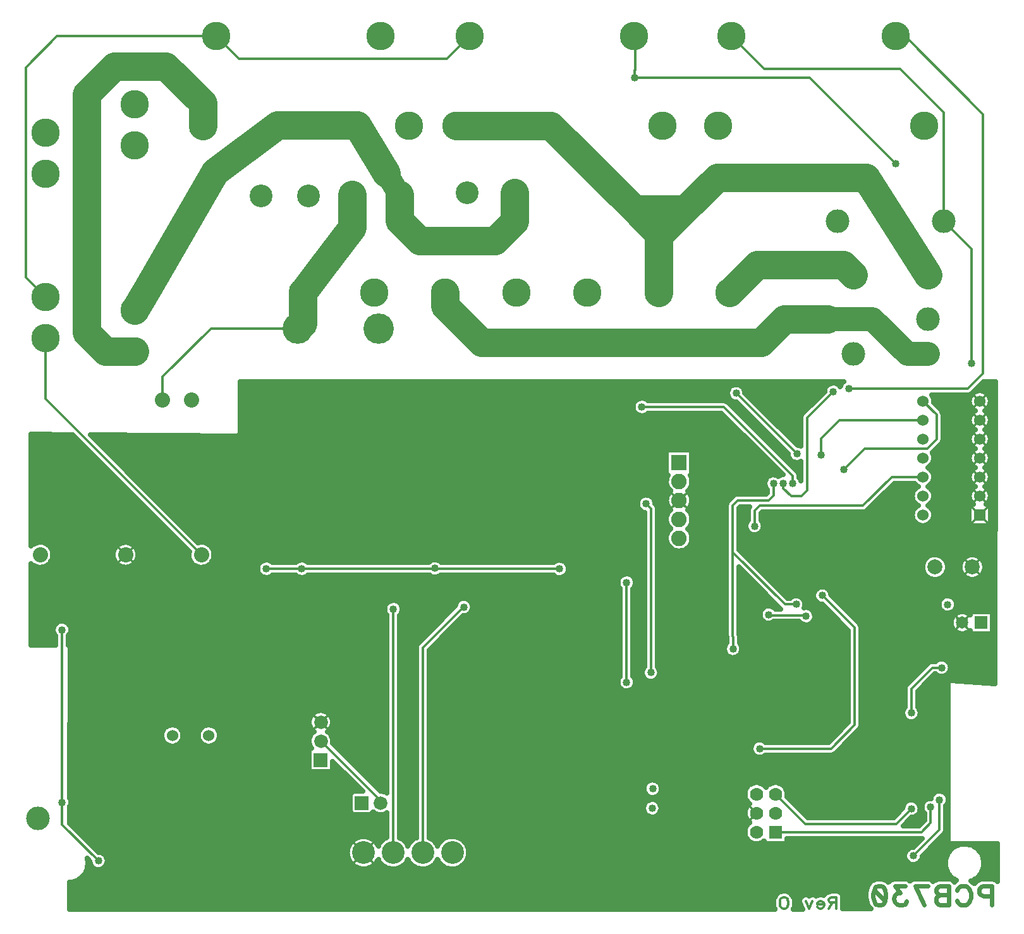
<source format=gbr>
G04 DipTrace 4.2.0.1*
G04 2 - Bottom.gbr*
%MOIN*%
G04 #@! TF.FileFunction,Copper,L2,Bot*
G04 #@! TF.Part,Single*
%AMOUTLINE6*
4,1,4,
-0.035999,0.036001,
0.036001,0.035999,
0.035999,-0.036001,
-0.036001,-0.035999,
-0.035999,0.036001,
0*%
G04 #@! TA.AperFunction,Conductor*
%ADD15C,0.014*%
%ADD18C,0.15*%
%ADD19C,0.125*%
%ADD20C,0.12*%
G04 #@! TA.AperFunction,CopperBalancing*
%ADD21C,0.025*%
%ADD22C,0.01299*%
G04 #@! TA.AperFunction,ComponentPad*
%ADD24C,0.125*%
%ADD33R,0.072X0.072*%
%ADD34C,0.072*%
%ADD35C,0.12*%
%ADD36C,0.15*%
%ADD38R,0.065X0.065*%
%ADD39C,0.065*%
%ADD40C,0.08*%
%ADD41R,0.082X0.082*%
%ADD42C,0.082*%
%ADD43R,0.07X0.07*%
%ADD44C,0.07*%
%ADD46C,0.079*%
%ADD47R,0.06X0.06*%
%ADD48C,0.06*%
%ADD49C,0.16*%
%ADD55C,0.06*%
G04 #@! TA.AperFunction,ViaPad*
%ADD57C,0.04*%
%ADD136C,0.021872*%
%ADD137C,0.013123*%
G04 #@! TA.AperFunction,ComponentPad*
%ADD147OUTLINE6*%
%FSLAX26Y26*%
G04*
G70*
G90*
G75*
G01*
G04 Bottom*
%LPD*%
X580112Y113125D2*
D15*
X585165D1*
X1037495Y130621D2*
X1041394Y126722D1*
X3644172Y2233201D2*
X3642934Y2231963D1*
X3992898Y2277984D2*
Y2214958D1*
X3966904Y2188965D1*
X3803924D1*
X3777924Y2162965D1*
Y1916432D1*
X4054038Y1640318D1*
X4112310D1*
X3778942Y1405899D2*
X3779740Y1469437D1*
X3777924Y1471253D1*
Y1916432D1*
X2863948Y1827982D2*
X2863457Y1828472D1*
X2207709D1*
X2082277D1*
Y1828150D1*
X1504562D1*
X2207709Y1830425D2*
Y1828472D1*
X240604Y596743D2*
Y1506509D1*
Y596743D2*
Y479643D1*
X432714Y287533D1*
X1504562Y1828150D2*
X1317694D1*
X152055Y3261475D2*
X49003Y3364528D1*
Y4472488D1*
X214307Y4637793D1*
X1053277D1*
X3770823Y4637693D2*
X3942988Y4465528D1*
X4659207D1*
X4890613Y4234122D1*
Y3663215D1*
X2390791Y4637785D2*
X2270814Y4517807D1*
X1173262D1*
X1053277Y4637793D1*
X152008Y3045870D2*
Y2725505D1*
X975396Y1902117D1*
X3320983Y2171106D2*
X3345857Y2146232D1*
Y1280209D1*
X5038329Y2912971D2*
Y3515499D1*
X4890613Y3663215D1*
X3892925Y2053297D2*
Y2135028D1*
X3918925Y2161028D1*
X4464719D1*
X4616109Y2312417D1*
X4780293D1*
X4242898Y2428727D2*
Y2513804D1*
X4341510Y2612417D1*
X4780311D1*
X4364480Y2352038D2*
X4473911Y2461469D1*
X4803298D1*
X4852148Y2510319D1*
Y2640587D1*
X4780318Y2712417D1*
X4414119Y3378205D2*
D18*
X4360612Y3431713D1*
X3908012D1*
X3761287Y3284988D1*
X4115217Y2434780D2*
D15*
X3795692Y2754304D1*
X4092904Y2277993D2*
Y2319366D1*
X3730589Y2681681D1*
X3298033D1*
X4042904Y2277990D2*
Y2253316D1*
X4085529Y2210692D1*
X4139457D1*
X4169155Y2240390D1*
Y2623596D1*
X4307490Y2761930D1*
X2319950Y4165341D2*
D18*
X2817799D1*
X3259428Y3723713D1*
X3386287Y3596853D1*
Y3284988D1*
X4808119Y3378213D2*
X4480243Y3892980D1*
X3695528D1*
X3526260Y3723713D1*
X3386287Y3583740D1*
Y3284988D1*
X3259428Y3723713D2*
X3526260D1*
X4414125Y3146205D2*
D19*
X4513472D1*
X4698465Y2961213D1*
X4808129D1*
X2261287Y3284988D2*
D18*
Y3213955D1*
X2451756Y3023488D1*
X3927562D1*
X4050278Y3146205D1*
X4276625D1*
D19*
X4414125D1*
X3256933Y4637829D2*
D15*
X3262238D1*
Y4458265D1*
X3261196Y4457223D1*
Y4418122D1*
X4183987D1*
X4637970Y3964139D1*
X982429Y4165349D2*
D18*
Y4283972D1*
X786667Y4479735D1*
X517219D1*
X370828Y4333344D1*
Y3074175D1*
X469987Y2975016D1*
X624451D1*
X2019013Y3801298D2*
Y3664425D1*
X2125552Y3557886D1*
X2524335D1*
X2627022Y3660573D1*
Y3813223D1*
X2019013Y3801298D2*
D20*
X1948963Y3916702D1*
D18*
X1796085Y4168562D1*
X1378017Y4167726D1*
X1045797Y3921240D1*
X699438Y3320610D1*
X624505Y3190668D1*
X4636965Y4637811D2*
D15*
X4685407D1*
X5097568Y4225650D1*
Y2858072D1*
X5017713Y2778217D1*
X4389333D1*
X1484287Y3095988D2*
D18*
X1511287Y3122988D1*
Y3284988D1*
X770975Y2719417D2*
D15*
Y2840566D1*
X1026398Y3095988D1*
X1484287D1*
X1769013Y3801282D2*
D18*
Y3629185D1*
X1601173Y3405075D1*
X1511287Y3284988D1*
X3217850Y1755123D2*
D15*
Y1230033D1*
X2359400Y1626469D2*
X2355711D1*
X2142503Y1413260D1*
Y330714D1*
X1987634Y1615299D2*
Y331845D1*
X1986503Y330714D1*
X4163497Y1578333D2*
Y1583348D1*
X3967441D1*
Y1586844D1*
X4250064Y1687202D2*
X4420206Y1517060D1*
Y1004150D1*
X4295686Y879630D1*
X3919795D1*
X4867702Y609458D2*
Y451087D1*
X4730419Y313803D1*
X1921571Y593024D2*
Y605206D1*
X1607467Y919310D1*
X1605042D1*
X4719535Y1067756D2*
Y1196849D1*
X4829336Y1306650D1*
X4879654D1*
X4821369Y570967D2*
Y486904D1*
X4774018Y439554D1*
X4002661D1*
X4719521Y562984D2*
X4639963Y483427D1*
X4158785D1*
X4002659Y639554D1*
D57*
X580112Y113125D3*
X1037495Y130621D3*
X3644172Y2233201D3*
X3992898Y2277984D3*
X2207709Y1830425D3*
X240604Y596743D3*
Y1506509D3*
X432714Y287533D3*
X240604Y596743D3*
X1317694Y1828150D3*
X240604Y1506509D3*
X1317694Y1828150D3*
X3320983Y2171106D3*
X3345857Y1280209D3*
X5038329Y2912971D3*
X4242898Y2428727D3*
X4115217Y2434780D3*
X3795692Y2754304D3*
X4637970Y3964139D3*
X4389333Y2778217D3*
X3217850Y1230033D3*
X4719521Y562984D3*
X891088Y721530D3*
X4867702Y609458D3*
X4821369Y570967D3*
X4719535Y1067756D3*
X4163497Y1578333D3*
X908598Y621136D3*
X791375Y276290D3*
X3892925Y2053297D3*
X4364480Y2352038D3*
X4092904Y2277993D3*
X4042904Y2277990D3*
X3780302Y2370168D3*
X3355203Y667825D3*
X3217239Y400962D3*
X3352593Y564917D3*
X2661337Y2610550D3*
X2206877Y1696113D3*
X2209176Y2093327D3*
X3294093Y2619154D3*
X2941710Y1969282D3*
X2939399Y2103046D3*
X4058647Y2616192D3*
X1505005Y1692664D3*
X1511499Y2100176D3*
X4493902Y1417609D3*
X1987634Y1615299D3*
X2359400Y1626469D3*
X385713Y892941D3*
X505503Y859345D3*
X1232089Y835497D3*
X679261Y600654D3*
X4878173Y1239272D3*
X4901568Y371685D3*
X3261196Y4418122D3*
X4112310Y1640318D3*
X3778942Y1405899D3*
X1504562Y1828150D3*
X2863948Y1827982D3*
X3298033Y2681681D3*
X4307490Y2761930D3*
X4911467Y1639965D3*
X3217850Y1755123D3*
X3967441Y1586844D3*
X3919795Y879630D3*
X4250064Y1687202D3*
X4730419Y313803D3*
X4879654Y1306650D3*
X1183262Y2790293D2*
D21*
X3764669D1*
X3826726D2*
X4268878D1*
X5078850D2*
X5159524D1*
X1183262Y2765424D2*
X3748629D1*
X3842748D2*
X4259207D1*
X5100577D2*
X5159488D1*
X1183262Y2740555D2*
X3749383D1*
X3858501D2*
X4237049D1*
X4831142D2*
X5029497D1*
X5131134D2*
X5159451D1*
X1183262Y2715686D2*
X3264677D1*
X3331398D2*
X3768348D1*
X3883369D2*
X4212181D1*
X4838642D2*
X5021997D1*
X5138651D2*
X5159434D1*
X1183262Y2690818D2*
X3250521D1*
X3770513D2*
X3810117D1*
X3908236D2*
X4187314D1*
X4850986D2*
X5026232D1*
X5134417D2*
X5159398D1*
X1183262Y2665949D2*
X3252387D1*
X3795381D2*
X3834984D1*
X3933104D2*
X4162446D1*
X4875853D2*
X5046686D1*
X5113963D2*
X5159362D1*
X1183262Y2641080D2*
X3274079D1*
X3321996D2*
X3722129D1*
X3820248D2*
X3859852D1*
X3957971D2*
X4138762D1*
X4887570D2*
X5029802D1*
X5130811D2*
X5159344D1*
X1183262Y2616211D2*
X3746996D1*
X3845115D2*
X3884720D1*
X3982840D2*
X4133739D1*
X4887570D2*
X5022016D1*
X5138597D2*
X5159308D1*
X1183262Y2591343D2*
X3771864D1*
X3869984D2*
X3909588D1*
X4007707D2*
X4133739D1*
X4887570D2*
X5025999D1*
X5134614D2*
X5159273D1*
X1183262Y2566474D2*
X3796732D1*
X3894852D2*
X3934455D1*
X4032575D2*
X4133739D1*
X4887570D2*
X5045896D1*
X5114717D2*
X5159255D1*
X1183262Y2541605D2*
X3821600D1*
X3919719D2*
X3959323D1*
X4057442D2*
X4133739D1*
X4887570D2*
X5030108D1*
X5130487D2*
X5159219D1*
X80596Y2516736D2*
X311714D1*
X409833D2*
X3846467D1*
X3944587D2*
X3984209D1*
X4082328D2*
X4133739D1*
X4887570D2*
X5022051D1*
X5138562D2*
X5159182D1*
X80596Y2491867D2*
X336581D1*
X434701D2*
X3871335D1*
X3969454D2*
X4009076D1*
X4107196D2*
X4133739D1*
X4881917D2*
X5025783D1*
X5134829D2*
X5159165D1*
X80596Y2466999D2*
X361449D1*
X459568D2*
X3896220D1*
X3994323D2*
X4033945D1*
X4857894D2*
X5045160D1*
X5115451D2*
X5159129D1*
X80596Y2442130D2*
X386316D1*
X484436D2*
X3425259D1*
X3564106D2*
X3921088D1*
X4019207D2*
X4058812D1*
X4833025D2*
X5030430D1*
X5130164D2*
X5159093D1*
X80596Y2417261D2*
X411185D1*
X509304D2*
X3425259D1*
X3564106D2*
X3945957D1*
X4044076D2*
X4070259D1*
X4838516D2*
X5022087D1*
X5138508D2*
X5159075D1*
X80596Y2392392D2*
X436070D1*
X534172D2*
X3425259D1*
X3564106D2*
X3970824D1*
X4068944D2*
X4095055D1*
X4835017D2*
X5025585D1*
X5135026D2*
X5159039D1*
X80596Y2367524D2*
X460938D1*
X559058D2*
X3425259D1*
X3564106D2*
X3995692D1*
X4093811D2*
X4133739D1*
X4816142D2*
X5044425D1*
X5116169D2*
X5159003D1*
X80596Y2342655D2*
X485806D1*
X583925D2*
X3425259D1*
X3564106D2*
X4020559D1*
X4118678D2*
X4133739D1*
X4829832D2*
X5030753D1*
X5129824D2*
X5158986D1*
X80596Y2317786D2*
X510673D1*
X608793D2*
X3431699D1*
X3557648D2*
X3967487D1*
X4838462D2*
X5022123D1*
X5138454D2*
X5158949D1*
X80596Y2292917D2*
X535541D1*
X633660D2*
X3425366D1*
X3563982D2*
X3946979D1*
X4835197D2*
X5025370D1*
X5135206D2*
X5158913D1*
X80596Y2268049D2*
X560409D1*
X658529D2*
X3428650D1*
X3560698D2*
X3945562D1*
X4620806D2*
X4743752D1*
X4816824D2*
X5043726D1*
X5116852D2*
X5158878D1*
X80596Y2243180D2*
X585277D1*
X683396D2*
X3443505D1*
X3545841D2*
X3957475D1*
X4595938D2*
X4731084D1*
X4829491D2*
X5031094D1*
X5129483D2*
X5158860D1*
X80596Y2218311D2*
X610144D1*
X708264D2*
X3431951D1*
X3557378D2*
X3786505D1*
X4571071D2*
X4722167D1*
X4838390D2*
X5022177D1*
X5138400D2*
X5158824D1*
X80596Y2193442D2*
X635012D1*
X733131D2*
X3278367D1*
X3363604D2*
X3425385D1*
X3563945D2*
X3759341D1*
X4546185D2*
X4725181D1*
X4835394D2*
X5025173D1*
X5135404D2*
X5158787D1*
X80596Y2168573D2*
X659879D1*
X757999D2*
X3272626D1*
X3372539D2*
X3428470D1*
X3560860D2*
X3742978D1*
X4521318D2*
X4743070D1*
X4817505D2*
X5043043D1*
X5117516D2*
X5158770D1*
X80596Y2143705D2*
X684748D1*
X782867D2*
X3281633D1*
X3381277D2*
X3443004D1*
X3546327D2*
X3742493D1*
X3813340D2*
X3858668D1*
X4496450D2*
X4731425D1*
X4829133D2*
X5021854D1*
X5138705D2*
X5158734D1*
X80596Y2118836D2*
X709615D1*
X807735D2*
X3310429D1*
X3381277D2*
X3432202D1*
X3557127D2*
X3742493D1*
X3813340D2*
X3857501D1*
X3928349D2*
X4722220D1*
X4838336D2*
X5021854D1*
X5138705D2*
X5158698D1*
X80596Y2093967D2*
X734483D1*
X832602D2*
X3310429D1*
X3381277D2*
X3425420D1*
X3563909D2*
X3742493D1*
X3813340D2*
X3857501D1*
X3928349D2*
X4724984D1*
X4835573D2*
X5021854D1*
X5138705D2*
X5158680D1*
X80596Y2069098D2*
X759350D1*
X857470D2*
X3310429D1*
X3381277D2*
X3428308D1*
X3561021D2*
X3742493D1*
X3813340D2*
X3847311D1*
X3938541D2*
X4742424D1*
X4818151D2*
X5021854D1*
X5138705D2*
X5158644D1*
X80596Y2044230D2*
X784219D1*
X882339D2*
X3310429D1*
X3381277D2*
X3442520D1*
X3546811D2*
X3742493D1*
X3813340D2*
X3845408D1*
X3940442D2*
X5158609D1*
X80596Y2019361D2*
X809087D1*
X907206D2*
X3310429D1*
X3381277D2*
X3432471D1*
X3556858D2*
X3742493D1*
X3813340D2*
X3859493D1*
X3926358D2*
X5158591D1*
X80596Y1994492D2*
X833954D1*
X932073D2*
X3310429D1*
X3381277D2*
X3425457D1*
X3563874D2*
X3742493D1*
X3813340D2*
X5158555D1*
X80596Y1969623D2*
X858822D1*
X956941D2*
X3310429D1*
X3381277D2*
X3428147D1*
X3561182D2*
X3742493D1*
X3813340D2*
X5158518D1*
X178093Y1944755D2*
X522659D1*
X628134D2*
X883707D1*
X1028172D2*
X3310429D1*
X3381277D2*
X3442052D1*
X3547277D2*
X3742493D1*
X3813340D2*
X5158501D1*
X191352Y1919886D2*
X509417D1*
X641358D2*
X908575D1*
X1041377D2*
X3310429D1*
X3381277D2*
X3742493D1*
X3823531D2*
X5158465D1*
X193451Y1895017D2*
X507354D1*
X643440D2*
X907356D1*
X1043440D2*
X3310429D1*
X3381277D2*
X3742493D1*
X3848399D2*
X4810585D1*
X4877415D2*
X5007428D1*
X5074293D2*
X5158429D1*
X185593Y1870148D2*
X515213D1*
X635580D2*
X915249D1*
X1035546D2*
X1296627D1*
X1338766D2*
X1483493D1*
X1525634D2*
X2182159D1*
X2233252D2*
X2843253D1*
X2884639D2*
X3310429D1*
X3381277D2*
X3742493D1*
X3873266D2*
X4784892D1*
X4903125D2*
X4981735D1*
X5099969D2*
X5158411D1*
X161461Y1845280D2*
X539416D1*
X611358D2*
X939508D1*
X1011287D2*
X1272584D1*
X2908987D2*
X3310429D1*
X3381277D2*
X3742493D1*
X3898135D2*
X4776567D1*
X4911450D2*
X4973411D1*
X5108293D2*
X5158375D1*
X80596Y1820411D2*
X1269929D1*
X2911751D2*
X3310429D1*
X3381277D2*
X3742493D1*
X3923003D2*
X4778308D1*
X4909692D2*
X4975168D1*
X5106534D2*
X5158340D1*
X80596Y1795542D2*
X1282865D1*
X2089320D2*
X2175341D1*
X2240070D2*
X2828936D1*
X2898958D2*
X3193555D1*
X3242154D2*
X3310429D1*
X3381277D2*
X3742493D1*
X3813340D2*
X3849751D1*
X3947870D2*
X4791190D1*
X4896810D2*
X4988051D1*
X5093652D2*
X5158322D1*
X80596Y1770673D2*
X3172150D1*
X3263559D2*
X3310429D1*
X3381277D2*
X3742493D1*
X3813340D2*
X3874618D1*
X3972738D2*
X5158286D1*
X80596Y1745804D2*
X3170391D1*
X3265318D2*
X3310429D1*
X3381277D2*
X3742493D1*
X3813340D2*
X3899487D1*
X3997606D2*
X5158249D1*
X80596Y1720936D2*
X3182430D1*
X3253278D2*
X3310429D1*
X3381277D2*
X3742493D1*
X3813340D2*
X3924354D1*
X4022474D2*
X4216398D1*
X4283728D2*
X5158232D1*
X80596Y1696067D2*
X3182430D1*
X3253278D2*
X3310429D1*
X3381277D2*
X3742493D1*
X3813340D2*
X3949222D1*
X4047341D2*
X4202510D1*
X4297615D2*
X5158196D1*
X80596Y1671198D2*
X2346508D1*
X2372303D2*
X3182430D1*
X3253278D2*
X3310429D1*
X3381277D2*
X3742493D1*
X3813340D2*
X3974089D1*
X4148803D2*
X4204520D1*
X4315127D2*
X4875303D1*
X4947639D2*
X5158160D1*
X80596Y1646329D2*
X1951280D1*
X2023993D2*
X2315487D1*
X2403307D2*
X3182430D1*
X3253278D2*
X3310429D1*
X3381277D2*
X3742493D1*
X3813340D2*
X3998975D1*
X4160340D2*
X4226625D1*
X4339995D2*
X4863479D1*
X4959445D2*
X5158142D1*
X80596Y1621461D2*
X1939635D1*
X2035638D2*
X2301635D1*
X2407542D2*
X3182430D1*
X3253278D2*
X3310429D1*
X3381277D2*
X3742493D1*
X3813340D2*
X3934760D1*
X4000118D2*
X4023843D1*
X4181781D2*
X4266743D1*
X4364862D2*
X4866942D1*
X4956000D2*
X5158106D1*
X80596Y1596592D2*
X1943188D1*
X2032067D2*
X2276768D1*
X2396777D2*
X3182430D1*
X3253278D2*
X3310429D1*
X3381277D2*
X3742493D1*
X3813340D2*
X3920066D1*
X4208138D2*
X4291610D1*
X4389730D2*
X4893873D1*
X4929051D2*
X4959379D1*
X80596Y1571723D2*
X1952213D1*
X2023060D2*
X2251900D1*
X2350020D2*
X3182430D1*
X3253278D2*
X3310429D1*
X3381277D2*
X3742493D1*
X3813340D2*
X3921573D1*
X4211440D2*
X4316479D1*
X4414598D2*
X4933148D1*
X80596Y1546854D2*
X216172D1*
X265041D2*
X1952213D1*
X2023060D2*
X2227031D1*
X2325151D2*
X3182430D1*
X3253278D2*
X3310429D1*
X3381277D2*
X3742493D1*
X3813340D2*
X3942367D1*
X3992510D2*
X4127566D1*
X4199436D2*
X4341346D1*
X4439466D2*
X4926151D1*
X80596Y1521986D2*
X194874D1*
X286337D2*
X1952213D1*
X2023060D2*
X2202164D1*
X2300283D2*
X3182430D1*
X3253278D2*
X3310429D1*
X3381277D2*
X3742493D1*
X3813340D2*
X4366214D1*
X4455255D2*
X4930314D1*
X80596Y1497117D2*
X193152D1*
X288060D2*
X1952213D1*
X2023060D2*
X2177297D1*
X2275416D2*
X3182430D1*
X3253278D2*
X3310429D1*
X3381277D2*
X3742493D1*
X3813340D2*
X4384783D1*
X4455631D2*
X4949440D1*
X80596Y1472248D2*
X205173D1*
X276021D2*
X1952213D1*
X2023060D2*
X2152429D1*
X2250549D2*
X3182430D1*
X3253278D2*
X3310429D1*
X3381277D2*
X3742493D1*
X3815045D2*
X4384783D1*
X4455631D2*
X5157927D1*
X80596Y1447379D2*
X205173D1*
X276021D2*
X1952213D1*
X2023060D2*
X2127560D1*
X2225681D2*
X3182430D1*
X3253278D2*
X3310429D1*
X3381277D2*
X3744035D1*
X3814883D2*
X4384783D1*
X4455631D2*
X5157891D1*
X282139Y1422510D2*
X1952213D1*
X2023060D2*
X2108399D1*
X2200812D2*
X3182430D1*
X3253278D2*
X3310429D1*
X3381277D2*
X3733630D1*
X3824249D2*
X4384783D1*
X4455631D2*
X5157854D1*
X284920Y1397642D2*
X1952213D1*
X2023060D2*
X2107071D1*
X2177919D2*
X3182430D1*
X3253278D2*
X3310429D1*
X3381277D2*
X3731261D1*
X3826618D2*
X4384783D1*
X4455631D2*
X5157837D1*
X284885Y1372773D2*
X1952213D1*
X2023060D2*
X2107071D1*
X2177919D2*
X3182430D1*
X3253278D2*
X3310429D1*
X3381277D2*
X3744646D1*
X3813251D2*
X4384783D1*
X4455631D2*
X5157801D1*
X284848Y1347904D2*
X1952213D1*
X2023060D2*
X2107071D1*
X2177919D2*
X3182430D1*
X3253278D2*
X3310429D1*
X3381277D2*
X4384783D1*
X4455631D2*
X4856984D1*
X4902318D2*
X5157765D1*
X284812Y1323035D2*
X1952213D1*
X2023060D2*
X2107071D1*
X2177919D2*
X3182430D1*
X3253278D2*
X3310429D1*
X3381277D2*
X4384783D1*
X4455631D2*
X4796663D1*
X4925050D2*
X5157747D1*
X284777Y1298167D2*
X1952213D1*
X2023060D2*
X2107071D1*
X2177919D2*
X3182430D1*
X3253278D2*
X3301100D1*
X3390625D2*
X4384783D1*
X4455631D2*
X4771795D1*
X4927293D2*
X5157711D1*
X284740Y1273298D2*
X1952213D1*
X2023060D2*
X2107071D1*
X2177919D2*
X3182430D1*
X3253278D2*
X3297959D1*
X3393765D2*
X4384783D1*
X4455631D2*
X4746928D1*
X4913728D2*
X5157676D1*
X284705Y1248429D2*
X1952213D1*
X2023060D2*
X2107071D1*
X2177919D2*
X3173280D1*
X3262428D2*
X3310214D1*
X3381510D2*
X4384783D1*
X4455631D2*
X4722059D1*
X4820178D2*
X5157657D1*
X284669Y1223560D2*
X1952213D1*
X2023060D2*
X2107071D1*
X2177919D2*
X3169888D1*
X3265819D2*
X4384783D1*
X4455631D2*
X4697192D1*
X4795311D2*
X4910900D1*
X5124423D2*
X5157622D1*
X284633Y1198692D2*
X1952213D1*
X2023060D2*
X2107071D1*
X2177919D2*
X3181785D1*
X3253924D2*
X4384783D1*
X4455631D2*
X4684165D1*
X4770444D2*
X4910936D1*
X284597Y1173823D2*
X1952213D1*
X2023060D2*
X2107071D1*
X2177919D2*
X4384783D1*
X4455631D2*
X4684112D1*
X4754959D2*
X4910971D1*
X284562Y1148954D2*
X1952213D1*
X2023060D2*
X2107071D1*
X2177919D2*
X4384783D1*
X4455631D2*
X4684112D1*
X4754959D2*
X4911008D1*
X284525Y1124085D2*
X1952213D1*
X2023060D2*
X2107071D1*
X2177919D2*
X4384783D1*
X4455631D2*
X4684112D1*
X4754959D2*
X4911043D1*
X284490Y1099217D2*
X1952213D1*
X2023060D2*
X2107071D1*
X2177919D2*
X4384783D1*
X4455631D2*
X4683573D1*
X4755480D2*
X4911080D1*
X284454Y1074348D2*
X1574173D1*
X1635924D2*
X1952213D1*
X2023060D2*
X2107071D1*
X2177919D2*
X4384783D1*
X4455631D2*
X4671588D1*
X4767483D2*
X4911115D1*
X284417Y1049479D2*
X1548462D1*
X1661617D2*
X1952213D1*
X2023060D2*
X2107071D1*
X2177919D2*
X4384783D1*
X4455631D2*
X4674908D1*
X4764164D2*
X4911151D1*
X284382Y1024610D2*
X1540854D1*
X1669243D2*
X1952213D1*
X2023060D2*
X2107071D1*
X2177919D2*
X4384783D1*
X4455631D2*
X4701301D1*
X4737770D2*
X4911188D1*
X284346Y999741D2*
X796203D1*
X848660D2*
X988364D1*
X1040749D2*
X1543797D1*
X1666299D2*
X1952213D1*
X2023060D2*
X2107071D1*
X2177919D2*
X4366734D1*
X4455327D2*
X4911223D1*
X284310Y974873D2*
X770295D1*
X874551D2*
X962437D1*
X1066675D2*
X1559425D1*
X1650672D2*
X1952213D1*
X2023060D2*
X2107071D1*
X2177919D2*
X4341866D1*
X4439986D2*
X4911259D1*
X284274Y950004D2*
X764016D1*
X880849D2*
X956139D1*
X1072972D2*
X1548766D1*
X1661329D2*
X1952213D1*
X2023060D2*
X2107071D1*
X2177919D2*
X4316999D1*
X4415118D2*
X4911295D1*
X284239Y925135D2*
X769399D1*
X875449D2*
X961522D1*
X1067591D2*
X1540891D1*
X1669189D2*
X1952213D1*
X2023060D2*
X2107071D1*
X2177919D2*
X3911113D1*
X3928475D2*
X4292131D1*
X4390251D2*
X4911331D1*
X284202Y900266D2*
X792688D1*
X852177D2*
X984776D1*
X1044319D2*
X1543618D1*
X1675576D2*
X1952213D1*
X2023060D2*
X2107071D1*
X2177919D2*
X3876269D1*
X4365383D2*
X4911366D1*
X284167Y875398D2*
X1540621D1*
X1700444D2*
X1952213D1*
X2023060D2*
X2107071D1*
X2177919D2*
X3871568D1*
X4340514D2*
X4911403D1*
X284131Y850529D2*
X1540621D1*
X1725311D2*
X1952213D1*
X2023060D2*
X2107071D1*
X2177919D2*
X3881777D1*
X4313584D2*
X4911438D1*
X284094Y825660D2*
X1540621D1*
X1750178D2*
X1952213D1*
X2023060D2*
X2107071D1*
X2177919D2*
X4911492D1*
X284059Y800791D2*
X1540621D1*
X1775047D2*
X1952213D1*
X2023060D2*
X2107071D1*
X2177919D2*
X4911528D1*
X284024Y775923D2*
X1540621D1*
X1669458D2*
X1701795D1*
X1799915D2*
X1952213D1*
X2023060D2*
X2107071D1*
X2177919D2*
X4911564D1*
X283987Y751054D2*
X1726663D1*
X1824782D2*
X1952213D1*
X2023060D2*
X2107071D1*
X2177919D2*
X4911600D1*
X283951Y726185D2*
X1751530D1*
X1849650D2*
X1952213D1*
X2023060D2*
X2107071D1*
X2177919D2*
X4911635D1*
X283916Y701316D2*
X1776399D1*
X1874518D2*
X1952213D1*
X2023060D2*
X2107071D1*
X2177919D2*
X3321285D1*
X3389118D2*
X4911672D1*
X283879Y676448D2*
X1801266D1*
X1899386D2*
X1952213D1*
X2023060D2*
X2107071D1*
X2177919D2*
X3307594D1*
X3402807D2*
X3851671D1*
X4053639D2*
X4911707D1*
X283844Y651579D2*
X1770280D1*
X2023060D2*
X2107071D1*
X2177919D2*
X3309748D1*
X3400655D2*
X3840438D1*
X4064888D2*
X4846900D1*
X4888503D2*
X4911743D1*
X283807Y626710D2*
X1757147D1*
X2023060D2*
X2107071D1*
X2177919D2*
X3332247D1*
X3378155D2*
X3840600D1*
X4064709D2*
X4822643D1*
X288741Y601841D2*
X1757147D1*
X2023060D2*
X2107071D1*
X2177919D2*
X3322791D1*
X3382390D2*
X3852316D1*
X4089433D2*
X4692545D1*
X4746491D2*
X4784875D1*
X284562Y576972D2*
X1757147D1*
X2023060D2*
X2107071D1*
X2177919D2*
X3305782D1*
X3399399D2*
X3852083D1*
X4114301D2*
X4673274D1*
X283699Y552104D2*
X1757613D1*
X2023060D2*
X2107071D1*
X2177919D2*
X3305997D1*
X3399184D2*
X3840546D1*
X4139169D2*
X4659585D1*
X283664Y527235D2*
X1952213D1*
X2023060D2*
X2107071D1*
X2177919D2*
X3323850D1*
X3381349D2*
X3840492D1*
X4164037D2*
X4634718D1*
X4750850D2*
X4785951D1*
X283629Y502366D2*
X1952213D1*
X2023060D2*
X2107071D1*
X2177919D2*
X3851904D1*
X4707969D2*
X4785951D1*
X291810Y477497D2*
X1952213D1*
X2023060D2*
X2107071D1*
X2177919D2*
X3852496D1*
X4683101D2*
X4762895D1*
X316677Y452629D2*
X1952213D1*
X2023060D2*
X2107071D1*
X2177919D2*
X3840654D1*
X341546Y427760D2*
X1952213D1*
X2023060D2*
X2107071D1*
X2177919D2*
X3840385D1*
X4893437D2*
X4912084D1*
X366413Y402891D2*
X1781386D1*
X1879613D2*
X1937392D1*
X2035619D2*
X2093382D1*
X2191626D2*
X2249388D1*
X2347615D2*
X3851509D1*
X4066091D2*
X4770449D1*
X4868568D2*
X4912119D1*
X391281Y378022D2*
X1756268D1*
X2372734D2*
X4745581D1*
X4843701D2*
X4912156D1*
X416148Y353154D2*
X1745054D1*
X2383948D2*
X4704243D1*
X4818833D2*
X4932933D1*
X5067062D2*
X5171007D1*
X456375Y328285D2*
X1742112D1*
X2386890D2*
X4684345D1*
X4793966D2*
X4911420D1*
X5088575D2*
X5171025D1*
X478301Y303416D2*
X1746525D1*
X2382476D2*
X4683178D1*
X4777656D2*
X4900493D1*
X5099520D2*
X5171042D1*
X480256Y278547D2*
X1759730D1*
X1901269D2*
X1915736D1*
X2057276D2*
X2071726D1*
X2213282D2*
X2227732D1*
X2369272D2*
X4698501D1*
X4762352D2*
X4896618D1*
X5103377D2*
X5171060D1*
X376604Y253678D2*
X399181D1*
X466243D2*
X1789945D1*
X1871055D2*
X1945951D1*
X2027062D2*
X2101940D1*
X2183050D2*
X2257946D1*
X2339056D2*
X4898987D1*
X5101009D2*
X5171079D1*
X367508Y228810D2*
X4908083D1*
X5091930D2*
X5171096D1*
X349171Y203941D2*
X4926420D1*
X5073575D2*
X5171133D1*
X307581Y179072D2*
X4505391D1*
X5039109D2*
X5058923D1*
X283126Y154203D2*
X4487269D1*
X283091Y129335D2*
X4480524D1*
X283054Y104466D2*
X4000787D1*
X4095265D2*
X4145615D1*
X4358655D2*
X4477867D1*
X283018Y79597D2*
X3990829D1*
X4105294D2*
X4128552D1*
X4359820D2*
X4480900D1*
X282983Y54728D2*
X3990345D1*
X4105778D2*
X4134455D1*
X4359820D2*
X4488382D1*
X2114580Y1430701D2*
X2110853Y1422328D1*
X2109580Y1413260D1*
X2109577Y409946D1*
X2104961Y408000D1*
X2096958Y403572D1*
X2089472Y398319D1*
X2082587Y392298D1*
X2076379Y385581D1*
X2070923Y378241D1*
X2066276Y370364D1*
X2064486Y366717D1*
X2060549Y374303D1*
X2055495Y381927D1*
X2049661Y388970D1*
X2043110Y395353D1*
X2035920Y401004D1*
X2028168Y405858D1*
X2020556Y409601D1*
Y1583500D1*
X2025395Y1589165D1*
X2029882Y1597301D1*
X2032640Y1606175D1*
X2033556Y1615420D1*
X2032592Y1624663D1*
X2029786Y1633521D1*
X2025256Y1641633D1*
X2019185Y1648667D1*
X2011822Y1654335D1*
X2003469Y1658406D1*
X1994467Y1660710D1*
X1985186Y1661156D1*
X1976005Y1659726D1*
X1967301Y1656475D1*
X1959429Y1651539D1*
X1952711Y1645119D1*
X1947423Y1637479D1*
X1943781Y1628930D1*
X1941934Y1619824D1*
X1941959Y1610533D1*
X1943854Y1601436D1*
X1947541Y1592907D1*
X1952869Y1585294D1*
X1954711Y1583278D1*
X1954715Y645159D1*
X1952465Y646689D1*
X1944122Y650694D1*
X1935274Y653411D1*
X1926121Y654778D1*
X1918466Y654870D1*
X1665710Y907627D1*
X1666285Y910157D1*
X1666965Y919387D1*
X1666261Y928615D1*
X1664190Y937635D1*
X1660799Y946247D1*
X1656161Y954256D1*
X1650382Y961484D1*
X1643589Y967770D1*
X1641575Y969310D1*
X1643996Y971172D1*
X1646329Y973156D1*
X1648560Y975255D1*
X1650686Y977461D1*
X1652699Y979769D1*
X1654597Y982175D1*
X1656373Y984671D1*
X1658024Y987251D1*
X1659543Y989909D1*
X1660932Y992640D1*
X1662181Y995437D1*
X1663293Y998293D1*
X1664260Y1001198D1*
X1665084Y1004150D1*
X1665760Y1007136D1*
X1666287Y1010154D1*
X1666665Y1013194D1*
X1666892Y1016249D1*
X1666969Y1019311D1*
X1666892Y1022373D1*
X1666665Y1025428D1*
X1666287Y1028469D1*
X1665760Y1031486D1*
X1665083Y1034472D1*
X1664260Y1037424D1*
X1663291Y1040329D1*
X1662181Y1043185D1*
X1660930Y1045980D1*
X1659542Y1048711D1*
X1658022Y1051371D1*
X1656371Y1053951D1*
X1654596Y1056448D1*
X1652698Y1058853D1*
X1650685Y1061160D1*
X1648559Y1063366D1*
X1646327Y1065465D1*
X1643993Y1067449D1*
X1641566Y1069316D1*
X1639047Y1071062D1*
X1636448Y1072680D1*
X1633769Y1074167D1*
X1631021Y1075521D1*
X1628210Y1076736D1*
X1625341Y1077812D1*
X1622423Y1078744D1*
X1619463Y1079530D1*
X1616467Y1080169D1*
X1613444Y1080660D1*
X1610399Y1081000D1*
X1607341Y1081189D1*
X1604278Y1081227D1*
X1601218Y1081114D1*
X1598165Y1080849D1*
X1595131Y1080433D1*
X1592119Y1079867D1*
X1589140Y1079155D1*
X1586201Y1078295D1*
X1583307Y1077291D1*
X1580466Y1076144D1*
X1577685Y1074860D1*
X1574972Y1073438D1*
X1572332Y1071885D1*
X1569772Y1070203D1*
X1567298Y1068396D1*
X1564916Y1066470D1*
X1562634Y1064428D1*
X1560454Y1062274D1*
X1558385Y1060017D1*
X1556428Y1057659D1*
X1554591Y1055209D1*
X1552878Y1052669D1*
X1551291Y1050049D1*
X1549837Y1047352D1*
X1548518Y1044588D1*
X1547337Y1041761D1*
X1546297Y1038879D1*
X1545402Y1035950D1*
X1544651Y1032980D1*
X1544049Y1029978D1*
X1543596Y1026948D1*
X1543294Y1023899D1*
X1543142Y1020840D1*
Y1017777D1*
X1543294Y1014717D1*
X1543597Y1011669D1*
X1544050Y1008639D1*
X1544652Y1005636D1*
X1545402Y1002665D1*
X1546298Y999736D1*
X1547337Y996856D1*
X1548518Y994029D1*
X1549839Y991264D1*
X1551293Y988568D1*
X1552879Y985948D1*
X1554593Y983409D1*
X1556429Y980958D1*
X1558386Y978600D1*
X1560457Y976343D1*
X1562635Y974190D1*
X1564919Y972148D1*
X1567301Y970222D1*
X1568634Y969220D1*
X1566374Y967675D1*
X1559597Y961371D1*
X1553836Y954129D1*
X1549218Y946108D1*
X1545848Y937488D1*
X1543799Y928462D1*
X1543119Y919232D1*
X1543823Y910004D1*
X1545894Y900984D1*
X1549285Y892373D1*
X1553923Y884364D1*
X1556205Y881232D1*
X1543115D1*
Y757387D1*
X1666961D1*
X1666966Y813252D1*
X1825262Y654949D1*
X1785598Y654950D1*
X1779550Y654240D1*
X1771615Y650873D1*
X1765224Y645088D1*
X1761083Y637528D1*
X1759650Y629028D1*
X1759647Y557028D1*
X1759883Y553543D1*
X1762445Y545312D1*
X1767564Y538378D1*
X1774676Y533505D1*
X1782999Y531234D1*
X1785592Y531105D1*
X1857570Y531102D1*
X1861054Y531339D1*
X1869285Y533900D1*
X1876219Y539020D1*
X1881094Y546139D1*
X1881159Y546287D1*
X1883024Y544563D1*
X1890677Y539358D1*
X1899020Y535353D1*
X1907867Y532636D1*
X1917021Y531269D1*
X1926276Y531280D1*
X1935425Y532671D1*
X1944265Y535409D1*
X1952598Y539436D1*
X1954711Y540717D1*
X1954714Y410427D1*
X1948961Y408001D1*
X1940958Y403572D1*
X1933472Y398319D1*
X1926587Y392299D1*
X1920379Y385581D1*
X1914923Y378243D1*
X1910276Y370365D1*
X1908500Y366745D1*
X1907335Y369180D1*
X1905912Y371898D1*
X1904395Y374563D1*
X1902782Y377173D1*
X1901079Y379723D1*
X1899283Y382211D1*
X1897403Y384633D1*
X1895436Y386987D1*
X1893386Y389268D1*
X1891256Y391475D1*
X1889049Y393605D1*
X1886766Y395655D1*
X1884412Y397621D1*
X1881990Y399503D1*
X1879501Y401297D1*
X1876951Y403000D1*
X1874341Y404613D1*
X1871676Y406130D1*
X1868958Y407551D1*
X1866192Y408875D1*
X1863379Y410098D1*
X1860525Y411222D1*
X1857633Y412241D1*
X1854705Y413159D1*
X1851747Y413970D1*
X1848761Y414675D1*
X1845753Y415273D1*
X1842726Y415764D1*
X1839682Y416146D1*
X1836627Y416419D1*
X1833564Y416583D1*
X1830497Y416638D1*
X1827430Y416583D1*
X1824367Y416419D1*
X1821312Y416144D1*
X1818269Y415762D1*
X1815241Y415272D1*
X1812234Y414673D1*
X1809248Y413967D1*
X1806290Y413155D1*
X1803364Y412239D1*
X1800471Y411218D1*
X1797617Y410094D1*
X1794804Y408870D1*
X1792038Y407547D1*
X1789320Y406125D1*
X1786655Y404606D1*
X1784045Y402995D1*
X1781495Y401290D1*
X1779007Y399496D1*
X1776585Y397614D1*
X1774231Y395647D1*
X1771950Y393597D1*
X1769743Y391467D1*
X1767613Y389260D1*
X1765563Y386978D1*
X1763597Y384625D1*
X1761715Y382202D1*
X1759921Y379714D1*
X1758218Y377164D1*
X1756605Y374554D1*
X1755088Y371888D1*
X1753667Y369171D1*
X1752343Y366404D1*
X1751118Y363591D1*
X1749996Y360736D1*
X1748975Y357844D1*
X1748059Y354917D1*
X1747248Y351959D1*
X1746543Y348974D1*
X1745945Y345966D1*
X1745454Y342938D1*
X1745072Y339895D1*
X1744799Y336840D1*
X1744635Y333777D1*
X1744580Y330710D1*
X1744635Y327643D1*
X1744799Y324580D1*
X1745073Y321525D1*
X1745455Y318482D1*
X1745946Y315454D1*
X1746545Y312446D1*
X1747251Y309461D1*
X1748062Y306503D1*
X1748979Y303576D1*
X1750000Y300684D1*
X1751123Y297829D1*
X1752348Y295017D1*
X1753671Y292249D1*
X1755093Y289531D1*
X1756612Y286866D1*
X1758223Y284257D1*
X1759928Y281707D1*
X1761722Y279219D1*
X1763604Y276797D1*
X1765571Y274444D1*
X1767621Y272161D1*
X1769751Y269955D1*
X1771958Y267825D1*
X1774240Y265776D1*
X1776593Y263808D1*
X1779016Y261928D1*
X1781504Y260134D1*
X1784054Y258429D1*
X1786664Y256818D1*
X1789329Y255301D1*
X1792047Y253878D1*
X1794814Y252555D1*
X1797626Y251331D1*
X1800480Y250209D1*
X1803374Y249188D1*
X1806301Y248272D1*
X1809259Y247461D1*
X1812244Y246755D1*
X1815252Y246156D1*
X1818280Y245667D1*
X1821323Y245285D1*
X1824378Y245010D1*
X1827441Y244846D1*
X1830508Y244793D1*
X1833575Y244848D1*
X1836638Y245012D1*
X1839693Y245285D1*
X1842736Y245668D1*
X1845764Y246159D1*
X1848772Y246757D1*
X1851757Y247463D1*
X1854715Y248274D1*
X1857642Y249192D1*
X1860534Y250211D1*
X1863388Y251335D1*
X1866201Y252559D1*
X1868969Y253883D1*
X1871685Y255306D1*
X1874350Y256823D1*
X1876961Y258436D1*
X1879510Y260139D1*
X1881999Y261933D1*
X1884420Y263815D1*
X1886774Y265782D1*
X1889055Y267832D1*
X1891262Y269962D1*
X1893392Y272169D1*
X1895442Y274451D1*
X1897409Y276806D1*
X1899290Y279228D1*
X1901084Y281715D1*
X1902789Y284266D1*
X1904400Y286875D1*
X1905917Y289542D1*
X1907339Y292260D1*
X1908572Y294814D1*
X1910243Y291129D1*
X1914882Y283247D1*
X1920333Y275903D1*
X1926534Y269180D1*
X1933415Y263154D1*
X1940898Y257894D1*
X1948896Y253459D1*
X1957320Y249899D1*
X1966076Y247255D1*
X1975063Y245556D1*
X1984180Y244823D1*
X1993323Y245063D1*
X2002387Y246273D1*
X2011273Y248440D1*
X2019878Y251539D1*
X2028105Y255535D1*
X2035861Y260383D1*
X2043056Y266028D1*
X2049612Y272406D1*
X2055453Y279444D1*
X2060512Y287063D1*
X2064572Y294812D1*
X2066243Y291127D1*
X2070882Y283245D1*
X2076333Y275902D1*
X2082534Y269178D1*
X2089415Y263154D1*
X2096898Y257894D1*
X2104896Y253458D1*
X2113320Y249899D1*
X2122076Y247255D1*
X2131063Y245556D1*
X2140180Y244823D1*
X2149323Y245062D1*
X2158387Y246272D1*
X2167273Y248440D1*
X2175878Y251538D1*
X2184105Y255534D1*
X2191861Y260382D1*
X2199056Y266028D1*
X2205612Y272404D1*
X2211453Y279444D1*
X2216512Y287063D1*
X2220572Y294812D1*
X2222243Y291127D1*
X2226882Y283245D1*
X2232333Y275902D1*
X2238534Y269178D1*
X2245415Y263152D1*
X2252898Y257892D1*
X2260896Y253458D1*
X2269320Y249898D1*
X2278076Y247253D1*
X2287063Y245555D1*
X2296180Y244822D1*
X2305323Y245062D1*
X2314387Y246272D1*
X2323273Y248438D1*
X2331878Y251538D1*
X2340105Y255534D1*
X2347861Y260382D1*
X2355056Y266026D1*
X2361612Y272404D1*
X2367453Y279442D1*
X2372512Y287062D1*
X2376732Y295176D1*
X2380066Y303693D1*
X2382476Y312514D1*
X2383934Y321545D1*
X2384425Y330713D1*
X2383942Y339810D1*
X2382491Y348840D1*
X2380089Y357665D1*
X2376761Y366184D1*
X2372549Y374302D1*
X2367495Y381925D1*
X2361661Y388969D1*
X2355110Y395352D1*
X2347920Y401003D1*
X2340168Y405857D1*
X2331945Y409861D1*
X2323343Y412966D1*
X2314459Y415140D1*
X2305394Y416358D1*
X2296252Y416606D1*
X2287134Y415881D1*
X2278146Y414189D1*
X2269388Y411552D1*
X2260961Y408000D1*
X2252958Y403571D1*
X2245472Y398318D1*
X2238587Y392298D1*
X2232379Y385580D1*
X2226923Y378241D1*
X2222276Y370364D1*
X2220573Y366614D1*
X2220486Y366717D1*
X2216549Y374302D1*
X2211495Y381927D1*
X2205661Y388970D1*
X2199110Y395353D1*
X2191920Y401004D1*
X2184168Y405858D1*
X2175945Y409861D1*
X2175432Y410046D1*
X2175425Y439518D1*
X2175432Y1399629D1*
X2356505Y1580703D1*
X2357196Y1580598D1*
X2366474Y1581094D1*
X2375463Y1583448D1*
X2383794Y1587560D1*
X2391127Y1593268D1*
X2397161Y1600335D1*
X2401648Y1608470D1*
X2404407Y1617344D1*
X2405323Y1626589D1*
X2404358Y1635832D1*
X2401552Y1644690D1*
X2397022Y1652802D1*
X2390951Y1659836D1*
X2383588Y1665504D1*
X2375235Y1669575D1*
X2366234Y1671879D1*
X2356953Y1672325D1*
X2347772Y1670895D1*
X2339067Y1667644D1*
X2331196Y1662709D1*
X2324478Y1656289D1*
X2319189Y1648648D1*
X2315547Y1640100D1*
X2313698Y1631016D1*
X2119241Y1436558D1*
X2114580Y1430701D1*
X5037760Y1602269D2*
X5145419D1*
Y1485424D1*
X5028573D1*
Y1502801D1*
X5026076Y1500420D1*
X5023751Y1498434D1*
X5021323Y1496572D1*
X5018802Y1494841D1*
X5016194Y1493244D1*
X5013505Y1491785D1*
X5010744Y1490469D1*
X5007919Y1489299D1*
X5005034Y1488278D1*
X5002102Y1487411D1*
X4999127Y1486698D1*
X4996119Y1486140D1*
X4993088Y1485743D1*
X4990038Y1485504D1*
X4986980Y1485424D1*
X4983923Y1485505D1*
X4980874Y1485745D1*
X4977841Y1486146D1*
X4974835Y1486705D1*
X4971860Y1487419D1*
X4968928Y1488289D1*
X4966045Y1489310D1*
X4963219Y1490482D1*
X4960459Y1491799D1*
X4957772Y1493259D1*
X4955164Y1494858D1*
X4952643Y1496591D1*
X4950218Y1498454D1*
X4947892Y1500441D1*
X4945675Y1502547D1*
X4943570Y1504766D1*
X4941584Y1507092D1*
X4939722Y1509520D1*
X4937991Y1512041D1*
X4936392Y1514650D1*
X4934934Y1517337D1*
X4933618Y1520098D1*
X4932449Y1522925D1*
X4931428Y1525808D1*
X4930560Y1528741D1*
X4929846Y1531715D1*
X4929290Y1534723D1*
X4928892Y1537756D1*
X4928652Y1540804D1*
X4928573Y1543862D1*
X4928655Y1546920D1*
X4928895Y1549969D1*
X4929295Y1553001D1*
X4929853Y1556009D1*
X4930568Y1558983D1*
X4931438Y1561915D1*
X4932459Y1564798D1*
X4933631Y1567623D1*
X4934949Y1570385D1*
X4936408Y1573071D1*
X4938008Y1575678D1*
X4939740Y1578199D1*
X4941604Y1580625D1*
X4943591Y1582950D1*
X4945696Y1585169D1*
X4947916Y1587273D1*
X4950241Y1589260D1*
X4952669Y1591121D1*
X4955190Y1592853D1*
X4957798Y1594450D1*
X4960487Y1595908D1*
X4963248Y1597224D1*
X4966073Y1598395D1*
X4968958Y1599415D1*
X4971890Y1600282D1*
X4974865Y1600996D1*
X4977873Y1601552D1*
X4980904Y1601950D1*
X4983954Y1602190D1*
X4987012Y1602269D1*
X4990070Y1602188D1*
X4993118Y1601948D1*
X4996151Y1601547D1*
X4999157Y1600990D1*
X5002133Y1600274D1*
X5005064Y1599406D1*
X5007948Y1598383D1*
X5010773Y1597213D1*
X5013533Y1595895D1*
X5016220Y1594434D1*
X5018828Y1592836D1*
X5021349Y1591102D1*
X5023774Y1589240D1*
X5026100Y1587253D1*
X5028575Y1584875D1*
X5028573Y1602269D1*
X5037760D1*
X641248Y1899012D2*
X641034Y1895951D1*
X640677Y1892904D1*
X640181Y1889877D1*
X639543Y1886875D1*
X638766Y1883908D1*
X637853Y1880979D1*
X636803Y1878096D1*
X635622Y1875265D1*
X634310Y1872492D1*
X632869Y1869783D1*
X631304Y1867144D1*
X629619Y1864581D1*
X627816Y1862098D1*
X625899Y1859703D1*
X623874Y1857399D1*
X621743Y1855192D1*
X619512Y1853087D1*
X617185Y1851087D1*
X614766Y1849198D1*
X612264Y1847424D1*
X609682Y1845768D1*
X607025Y1844234D1*
X604301Y1842824D1*
X601512Y1841543D1*
X598668Y1840395D1*
X595773Y1839378D1*
X592835Y1838499D1*
X589857Y1837756D1*
X586849Y1837152D1*
X583816Y1836690D1*
X580765Y1836369D1*
X577702Y1836190D1*
X574635Y1836155D1*
X571570Y1836261D1*
X568512Y1836510D1*
X565469Y1836902D1*
X562448Y1837434D1*
X559454Y1838106D1*
X556495Y1838917D1*
X553577Y1839866D1*
X550706Y1840948D1*
X547890Y1842163D1*
X545133Y1843508D1*
X542440Y1844979D1*
X539819Y1846573D1*
X537276Y1848290D1*
X534815Y1850121D1*
X532442Y1852066D1*
X530161Y1854118D1*
X527979Y1856274D1*
X525900Y1858530D1*
X523928Y1860881D1*
X522067Y1863319D1*
X520322Y1865843D1*
X518696Y1868444D1*
X517193Y1871118D1*
X515816Y1873860D1*
X514567Y1876663D1*
X513451Y1879520D1*
X512469Y1882427D1*
X511623Y1885375D1*
X510916Y1888361D1*
X510348Y1891375D1*
X509920Y1894413D1*
X509635Y1897469D1*
X509492Y1900533D1*
X509491Y1903601D1*
X509634Y1906665D1*
X509919Y1909719D1*
X510345Y1912757D1*
X510913Y1915773D1*
X511619Y1918759D1*
X512466Y1921707D1*
X513448Y1924614D1*
X514563Y1927471D1*
X515811Y1930274D1*
X517188Y1933016D1*
X518690Y1935690D1*
X520315Y1938293D1*
X522060Y1940816D1*
X523920Y1943256D1*
X525892Y1945606D1*
X527971Y1947862D1*
X530152Y1950018D1*
X532433Y1952072D1*
X534806Y1954017D1*
X537266Y1955849D1*
X539810Y1957564D1*
X542429Y1959160D1*
X545121Y1960633D1*
X547878Y1961978D1*
X550696Y1963193D1*
X553566Y1964276D1*
X556483Y1965224D1*
X559442Y1966035D1*
X562436Y1966709D1*
X565457Y1967241D1*
X568499Y1967634D1*
X571556Y1967883D1*
X574623Y1967991D1*
X577690Y1967955D1*
X580753Y1967777D1*
X583804Y1967457D1*
X586837Y1966995D1*
X589845Y1966392D1*
X592823Y1965650D1*
X595761Y1964770D1*
X598656Y1963755D1*
X601501Y1962606D1*
X604289Y1961325D1*
X607014Y1959917D1*
X609672Y1958383D1*
X612255Y1956728D1*
X614757Y1954954D1*
X617175Y1953066D1*
X619503Y1951067D1*
X621734Y1948962D1*
X623865Y1946755D1*
X625891Y1944451D1*
X627808Y1942056D1*
X629612Y1939575D1*
X631298Y1937012D1*
X632864Y1934373D1*
X634303Y1931664D1*
X635617Y1928891D1*
X636799Y1926060D1*
X637849Y1923177D1*
X638762Y1920249D1*
X639541Y1917281D1*
X640178Y1914281D1*
X640676Y1911253D1*
X641033Y1908206D1*
X641247Y1905146D1*
X641319Y1902072D1*
X641248Y1899012D1*
X3436940Y2456034D2*
X3561598D1*
Y2322189D1*
X3552852D1*
X3556072Y2315732D1*
X3559126Y2307123D1*
X3560978Y2298180D1*
X3561594Y2289112D1*
X3560966Y2279954D1*
X3559101Y2271012D1*
X3556037Y2262408D1*
X3551828Y2254301D1*
X3546556Y2246843D1*
X3540318Y2240171D1*
X3539092Y2239176D1*
X3540049Y2238298D1*
X3542256Y2236165D1*
X3544364Y2233934D1*
X3546366Y2231609D1*
X3548260Y2229194D1*
X3550042Y2226696D1*
X3551706Y2224117D1*
X3553251Y2221466D1*
X3554673Y2218745D1*
X3555969Y2215963D1*
X3557135Y2213125D1*
X3558171Y2210236D1*
X3559072Y2207302D1*
X3559839Y2204331D1*
X3560467Y2201327D1*
X3560958Y2198298D1*
X3561310Y2195248D1*
X3561521Y2192186D1*
X3561592Y2189112D1*
X3561522Y2186050D1*
X3561311Y2182988D1*
X3560961Y2179940D1*
X3560470Y2176911D1*
X3559841Y2173907D1*
X3559076Y2170934D1*
X3558175Y2168001D1*
X3557140Y2165112D1*
X3555974Y2162273D1*
X3554680Y2159491D1*
X3553259Y2156770D1*
X3551714Y2154118D1*
X3550050Y2151539D1*
X3548269Y2149041D1*
X3546375Y2146625D1*
X3544373Y2144299D1*
X3542266Y2142067D1*
X3540059Y2139934D1*
X3539135Y2139121D1*
X3540378Y2137990D1*
X3546608Y2131310D1*
X3551870Y2123845D1*
X3556067Y2115732D1*
X3559119Y2107123D1*
X3560971Y2098180D1*
X3561589Y2089112D1*
X3560959Y2079954D1*
X3559094Y2071012D1*
X3556030Y2062408D1*
X3551823Y2054301D1*
X3546550Y2046843D1*
X3540311Y2040171D1*
X3539085Y2039176D1*
X3540374Y2037990D1*
X3546605Y2031310D1*
X3551866Y2023845D1*
X3556063Y2015732D1*
X3559117Y2007123D1*
X3560969Y1998180D1*
X3561585Y1989112D1*
X3560957Y1979954D1*
X3559092Y1971012D1*
X3556028Y1962408D1*
X3551819Y1954301D1*
X3546547Y1946843D1*
X3540308Y1940171D1*
X3533219Y1934412D1*
X3525412Y1929671D1*
X3517031Y1926038D1*
X3508235Y1923580D1*
X3499185Y1922343D1*
X3490051Y1922348D1*
X3481003Y1923598D1*
X3472210Y1926068D1*
X3463835Y1929713D1*
X3456033Y1934465D1*
X3448951Y1940234D1*
X3442722Y1946913D1*
X3437459Y1954378D1*
X3433264Y1962491D1*
X3430210Y1971100D1*
X3428358Y1980043D1*
X3427740Y1989157D1*
X3428370Y1998269D1*
X3430235Y2007211D1*
X3433299Y2015815D1*
X3437507Y2023923D1*
X3442780Y2031381D1*
X3449018Y2038052D1*
X3450244Y2039047D1*
X3448955Y2040234D1*
X3442726Y2046913D1*
X3437463Y2054378D1*
X3433266Y2062491D1*
X3430213Y2071100D1*
X3428361Y2080043D1*
X3427744Y2089157D1*
X3428373Y2098269D1*
X3430238Y2107211D1*
X3433302Y2115815D1*
X3437510Y2123923D1*
X3442782Y2131381D1*
X3449021Y2138052D1*
X3450247Y2139047D1*
X3448175Y2140979D1*
X3446016Y2143160D1*
X3443961Y2145440D1*
X3442012Y2147810D1*
X3440173Y2150268D1*
X3438450Y2152807D1*
X3436845Y2155423D1*
X3435361Y2158109D1*
X3434001Y2160861D1*
X3432770Y2163672D1*
X3431669Y2166537D1*
X3430701Y2169449D1*
X3429866Y2172403D1*
X3429168Y2175391D1*
X3428609Y2178408D1*
X3428188Y2181448D1*
X3427906Y2184504D1*
X3427765Y2187570D1*
X3427764Y2190639D1*
X3427904Y2193705D1*
X3428185Y2196761D1*
X3428606Y2199801D1*
X3429165Y2202819D1*
X3429862Y2205807D1*
X3430697Y2208761D1*
X3431664Y2211673D1*
X3432765Y2214538D1*
X3433996Y2217349D1*
X3435354Y2220101D1*
X3436837Y2222787D1*
X3438442Y2225404D1*
X3440165Y2227944D1*
X3442003Y2230402D1*
X3443951Y2232773D1*
X3446007Y2235052D1*
X3448164Y2237235D1*
X3450192Y2239106D1*
X3448961Y2240234D1*
X3442731Y2246913D1*
X3437469Y2254378D1*
X3433272Y2262491D1*
X3430219Y2271100D1*
X3428367Y2280043D1*
X3427749Y2289157D1*
X3428379Y2298269D1*
X3430244Y2307211D1*
X3433308Y2315815D1*
X3436615Y2322188D1*
X3427753Y2322189D1*
Y2456034D1*
X3436940D1*
X4900625Y451109D2*
Y577659D1*
X4905463Y583324D1*
X4909950Y591459D1*
X4912709Y600333D1*
X4913625Y609579D1*
X4912660Y618822D1*
X4909854Y627680D1*
X4905324Y635791D1*
X4899253Y642825D1*
X4891890Y648493D1*
X4883537Y652564D1*
X4874535Y654869D1*
X4865255Y655315D1*
X4856073Y653885D1*
X4847369Y650634D1*
X4839497Y645698D1*
X4832780Y639278D1*
X4827491Y631638D1*
X4823849Y623089D1*
X4822357Y616659D1*
X4818921Y616824D1*
X4809740Y615394D1*
X4801035Y612143D1*
X4793164Y607207D1*
X4786446Y600787D1*
X4781157Y593147D1*
X4777516Y584598D1*
X4775669Y575492D1*
X4775694Y566201D1*
X4777589Y557104D1*
X4781276Y548575D1*
X4786604Y540962D1*
X4788446Y538954D1*
X4788445Y500539D1*
X4760379Y472476D1*
X4675572Y472475D1*
X4720370Y517278D1*
X4726594Y517610D1*
X4735584Y519963D1*
X4743915Y524076D1*
X4751248Y529783D1*
X4757282Y536850D1*
X4761769Y544986D1*
X4764528Y553860D1*
X4765444Y563105D1*
X4764479Y572348D1*
X4761673Y581206D1*
X4757143Y589318D1*
X4751072Y596352D1*
X4743709Y602020D1*
X4735356Y606091D1*
X4726354Y608395D1*
X4717073Y608841D1*
X4707892Y607411D1*
X4699188Y604160D1*
X4691316Y599224D1*
X4684598Y592804D1*
X4679310Y585164D1*
X4675668Y576615D1*
X4673822Y567509D1*
X4673598Y563621D1*
X4626324Y516349D1*
X4172425Y516346D1*
X4062045Y626718D1*
X4062890Y630402D1*
X4063581Y639554D1*
X4062911Y648562D1*
X4060895Y657441D1*
X4057579Y665921D1*
X4053035Y673812D1*
X4047367Y680938D1*
X4040699Y687139D1*
X4033182Y692278D1*
X4024983Y696238D1*
X4016285Y698932D1*
X4007283Y700301D1*
X3998177Y700311D1*
X3989172Y698965D1*
X3980469Y696291D1*
X3972260Y692350D1*
X3964731Y687230D1*
X3958049Y681045D1*
X3952631Y674319D1*
X3947367Y680936D1*
X3940699Y687138D1*
X3933182Y692276D1*
X3924983Y696236D1*
X3916285Y698930D1*
X3907283Y700298D1*
X3898177Y700310D1*
X3889172Y698963D1*
X3880469Y696289D1*
X3872260Y692348D1*
X3864731Y687228D1*
X3858049Y681042D1*
X3852362Y673930D1*
X3847801Y666050D1*
X3844463Y657577D1*
X3842427Y648703D1*
X3841736Y639623D1*
X3842406Y630543D1*
X3844421Y621664D1*
X3847738Y613184D1*
X3852281Y605293D1*
X3857950Y598167D1*
X3864617Y591966D1*
X3867867Y589541D1*
X3866234Y588385D1*
X3863827Y586493D1*
X3861517Y584483D1*
X3859311Y582358D1*
X3857215Y580126D1*
X3855234Y577791D1*
X3853373Y575361D1*
X3851635Y572839D1*
X3850028Y570234D1*
X3848552Y567550D1*
X3847214Y564797D1*
X3846016Y561979D1*
X3844961Y559104D1*
X3844051Y556180D1*
X3843290Y553214D1*
X3842678Y550214D1*
X3842218Y547186D1*
X3841911Y544140D1*
X3841757Y541083D1*
Y538021D1*
X3841911Y534962D1*
X3842218Y531916D1*
X3842678Y528888D1*
X3843290Y525888D1*
X3844051Y522923D1*
X3844961Y519999D1*
X3846016Y517125D1*
X3847214Y514307D1*
X3848552Y511552D1*
X3850028Y508870D1*
X3851636Y506264D1*
X3853373Y503741D1*
X3855235Y501311D1*
X3857215Y498976D1*
X3859312Y496744D1*
X3861517Y494621D1*
X3863827Y492610D1*
X3866235Y490718D1*
X3868007Y489453D1*
X3864734Y487228D1*
X3858052Y481042D1*
X3852366Y473930D1*
X3847804Y466050D1*
X3844467Y457577D1*
X3842430Y448703D1*
X3841739Y439623D1*
X3842409Y430543D1*
X3844425Y421664D1*
X3847741Y413184D1*
X3852285Y405293D1*
X3857953Y398167D1*
X3864621Y391966D1*
X3872138Y386827D1*
X3880337Y382867D1*
X3889035Y380173D1*
X3898037Y378804D1*
X3907143Y378794D1*
X3916148Y380140D1*
X3924852Y382814D1*
X3933060Y386755D1*
X3940589Y391875D1*
X3941740Y392814D1*
Y378631D1*
X4063584D1*
X4063577Y406631D1*
X4774018D1*
X4776807Y406752D1*
X4729630Y359580D1*
X4727971Y359660D1*
X4718790Y358230D1*
X4710085Y354979D1*
X4702214Y350043D1*
X4695496Y343623D1*
X4690207Y335983D1*
X4686566Y327434D1*
X4684719Y318328D1*
X4684744Y309037D1*
X4686639Y299940D1*
X4690325Y291411D1*
X4695654Y283798D1*
X4702406Y277415D1*
X4710303Y272521D1*
X4719025Y269316D1*
X4728214Y267933D1*
X4737492Y268429D1*
X4746482Y270782D1*
X4754812Y274895D1*
X4762146Y280602D1*
X4768180Y287669D1*
X4772667Y295804D1*
X4775425Y304678D1*
X4776270Y313100D1*
X4890982Y427807D1*
X4892602Y429549D1*
X4897571Y437240D1*
X4900230Y446010D1*
X4900625Y451109D1*
X3400210Y658701D2*
X3397451Y649827D1*
X3392965Y641692D1*
X3386930Y634625D1*
X3379597Y628917D1*
X3371266Y624804D1*
X3362277Y622451D1*
X3352999Y621955D1*
X3343810Y623339D1*
X3335088Y626543D1*
X3327190Y631437D1*
X3320438Y637820D1*
X3315110Y645433D1*
X3311424Y653962D1*
X3309529Y663059D1*
X3309504Y672350D1*
X3311350Y681457D1*
X3314992Y690005D1*
X3320281Y697646D1*
X3326999Y704066D1*
X3334870Y709001D1*
X3343575Y712252D1*
X3352756Y713682D1*
X3362037Y713236D1*
X3371038Y710932D1*
X3379391Y706861D1*
X3386755Y701193D1*
X3392825Y694159D1*
X3397356Y686047D1*
X3400161Y677189D1*
X3401126Y667825D1*
X3400210Y658701D1*
X3397600Y555793D2*
X3394841Y546919D1*
X3390354Y538783D1*
X3384320Y531717D1*
X3376987Y526009D1*
X3368656Y521896D1*
X3359667Y519543D1*
X3350388Y519047D1*
X3341199Y520430D1*
X3332478Y523635D1*
X3324580Y528529D1*
X3317828Y534912D1*
X3312500Y542525D1*
X3308814Y551054D1*
X3306919Y560151D1*
X3306894Y569442D1*
X3308740Y578549D1*
X3312382Y587097D1*
X3317671Y594738D1*
X3324388Y601157D1*
X3332260Y606093D1*
X3340965Y609344D1*
X3350146Y610774D1*
X3359427Y610328D1*
X3368428Y608024D1*
X3376781Y603953D1*
X3384144Y598285D1*
X3390215Y591251D1*
X3394745Y583139D1*
X3397551Y574281D1*
X3398516Y564917D1*
X3397600Y555793D1*
X5106206Y1834307D2*
X5105991Y1831248D1*
X5105633Y1828201D1*
X5105131Y1825175D1*
X5104490Y1822176D1*
X5103707Y1819210D1*
X5102787Y1816283D1*
X5101731Y1813404D1*
X5100541Y1810577D1*
X5099219Y1807808D1*
X5097770Y1805106D1*
X5096196Y1802474D1*
X5094499Y1799919D1*
X5092684Y1797445D1*
X5090756Y1795059D1*
X5088718Y1792766D1*
X5086575Y1790572D1*
X5084331Y1788482D1*
X5081992Y1786497D1*
X5079562Y1784625D1*
X5077047Y1782869D1*
X5074453Y1781232D1*
X5071785Y1779719D1*
X5069049Y1778332D1*
X5066251Y1777076D1*
X5063396Y1775951D1*
X5060493Y1774963D1*
X5057546Y1774112D1*
X5054563Y1773398D1*
X5051550Y1772825D1*
X5048513Y1772395D1*
X5045459Y1772108D1*
X5042395Y1771965D1*
X5039328Y1771963D1*
X5036264Y1772108D1*
X5033210Y1772394D1*
X5030172Y1772824D1*
X5027159Y1773396D1*
X5024176Y1774108D1*
X5021228Y1774959D1*
X5018325Y1775948D1*
X5015471Y1777072D1*
X5012672Y1778328D1*
X5009936Y1779714D1*
X5007268Y1781226D1*
X5004673Y1782862D1*
X5002157Y1784618D1*
X4999728Y1786490D1*
X4997388Y1788474D1*
X4995144Y1790564D1*
X4993001Y1792759D1*
X4990962Y1795051D1*
X4989034Y1797436D1*
X4987219Y1799909D1*
X4985522Y1802465D1*
X4983948Y1805096D1*
X4982497Y1807799D1*
X4981175Y1810567D1*
X4979984Y1813394D1*
X4978928Y1816273D1*
X4978007Y1819199D1*
X4977224Y1822165D1*
X4976581Y1825164D1*
X4976080Y1828190D1*
X4975722Y1831236D1*
X4975505Y1834297D1*
X4975433Y1837364D1*
X4975505Y1840429D1*
X4975720Y1843490D1*
X4976079Y1846535D1*
X4976580Y1849562D1*
X4977222Y1852562D1*
X4978004Y1855528D1*
X4978924Y1858453D1*
X4979980Y1861333D1*
X4981171Y1864160D1*
X4982492Y1866928D1*
X4983941Y1869631D1*
X4985516Y1872264D1*
X4987213Y1874819D1*
X4989028Y1877293D1*
X4990955Y1879677D1*
X4992993Y1881970D1*
X4995136Y1884164D1*
X4997381Y1886256D1*
X4999719Y1888240D1*
X5002150Y1890112D1*
X5004664Y1891869D1*
X5007259Y1893505D1*
X5009927Y1895018D1*
X5012663Y1896404D1*
X5015461Y1897661D1*
X5018315Y1898785D1*
X5021218Y1899774D1*
X5024165Y1900626D1*
X5027148Y1901339D1*
X5030161Y1901911D1*
X5033198Y1902341D1*
X5036252Y1902629D1*
X5039316Y1902773D1*
X5042383D1*
X5045448Y1902630D1*
X5048501Y1902343D1*
X5051539Y1901913D1*
X5054552Y1901341D1*
X5057535Y1900629D1*
X5060483Y1899777D1*
X5063386Y1898789D1*
X5066240Y1897665D1*
X5069039Y1896409D1*
X5071776Y1895024D1*
X5074444Y1893510D1*
X5077038Y1891874D1*
X5079554Y1890118D1*
X5081983Y1888247D1*
X5084323Y1886264D1*
X5086567Y1884172D1*
X5088710Y1881978D1*
X5090749Y1879686D1*
X5092677Y1877301D1*
X5094492Y1874828D1*
X5096189Y1872273D1*
X5097764Y1869640D1*
X5099214Y1866938D1*
X5100537Y1864169D1*
X5101727Y1861343D1*
X5102783Y1858463D1*
X5103705Y1855538D1*
X5104487Y1852572D1*
X5105130Y1849572D1*
X5105631Y1846546D1*
X5105990Y1843500D1*
X5106206Y1840441D1*
X5106278Y1837369D1*
X5106206Y1834307D1*
X4908783Y1828205D2*
X4906879Y1819278D1*
X4903751Y1810705D1*
X4899459Y1802648D1*
X4894088Y1795269D1*
X4887743Y1788709D1*
X4880546Y1783094D1*
X4872638Y1778537D1*
X4864173Y1775125D1*
X4855315Y1772924D1*
X4846236Y1771976D1*
X4837115Y1772303D1*
X4828129Y1773895D1*
X4819450Y1776722D1*
X4811249Y1780730D1*
X4803686Y1785840D1*
X4796908Y1791953D1*
X4791047Y1798949D1*
X4786217Y1806693D1*
X4782510Y1815034D1*
X4780001Y1823810D1*
X4778739Y1832849D1*
X4778745Y1841976D1*
X4780024Y1851014D1*
X4782546Y1859786D1*
X4786265Y1868121D1*
X4791108Y1875857D1*
X4796980Y1882845D1*
X4803768Y1888946D1*
X4811339Y1894045D1*
X4819546Y1898039D1*
X4828228Y1900853D1*
X4837218Y1902430D1*
X4846340Y1902741D1*
X4855416Y1901781D1*
X4864272Y1899566D1*
X4872731Y1896140D1*
X4880631Y1891570D1*
X4887820Y1885945D1*
X4894155Y1879374D1*
X4899514Y1871986D1*
X4903793Y1863924D1*
X4906908Y1855344D1*
X4908798Y1846415D1*
X4909428Y1837361D1*
X4908783Y1828205D1*
X5027420Y2168322D2*
X5045873D1*
X5043241Y2170507D1*
X5041009Y2172592D1*
X5038894Y2174797D1*
X5036902Y2177113D1*
X5035039Y2179535D1*
X5033312Y2182055D1*
X5031726Y2184665D1*
X5030283Y2187358D1*
X5028991Y2190126D1*
X5027850Y2192961D1*
X5026867Y2195853D1*
X5026043Y2198795D1*
X5025382Y2201778D1*
X5024883Y2204791D1*
X5024550Y2207828D1*
X5024385Y2210879D1*
Y2213934D1*
X5024551Y2216984D1*
X5024885Y2220021D1*
X5025385Y2223035D1*
X5026047Y2226017D1*
X5026871Y2228959D1*
X5027856Y2231852D1*
X5028996Y2234686D1*
X5030289Y2237453D1*
X5031732Y2240146D1*
X5033320Y2242756D1*
X5035047Y2245276D1*
X5036911Y2247697D1*
X5038903Y2250013D1*
X5041018Y2252217D1*
X5043252Y2254302D1*
X5045594Y2256262D1*
X5048042Y2258091D1*
X5050585Y2259783D1*
X5053217Y2261335D1*
X5055260Y2262392D1*
X5053211Y2263470D1*
X5050580Y2265022D1*
X5048037Y2266715D1*
X5045591Y2268545D1*
X5043248Y2270505D1*
X5041016Y2272591D1*
X5038900Y2274795D1*
X5036908Y2277112D1*
X5035046Y2279534D1*
X5033319Y2282054D1*
X5031732Y2284664D1*
X5030290Y2287357D1*
X5028996Y2290125D1*
X5027857Y2292959D1*
X5026874Y2295852D1*
X5026050Y2298794D1*
X5025387Y2301777D1*
X5024890Y2304790D1*
X5024556Y2307827D1*
X5024390Y2310878D1*
X5024391Y2313933D1*
X5024558Y2316983D1*
X5024891Y2320020D1*
X5025390Y2323034D1*
X5026052Y2326016D1*
X5026878Y2328958D1*
X5027862Y2331850D1*
X5029003Y2334685D1*
X5030295Y2337451D1*
X5031739Y2340144D1*
X5033325Y2342755D1*
X5035054Y2345274D1*
X5036916Y2347696D1*
X5038909Y2350012D1*
X5041025Y2352215D1*
X5043257Y2354301D1*
X5045601Y2356261D1*
X5048049Y2358089D1*
X5050592Y2359782D1*
X5053223Y2361333D1*
X5055266Y2362391D1*
X5053218Y2363470D1*
X5050587Y2365022D1*
X5048043Y2366715D1*
X5045597Y2368545D1*
X5043255Y2370505D1*
X5041021Y2372591D1*
X5038907Y2374795D1*
X5036915Y2377112D1*
X5035052Y2379534D1*
X5033325Y2382054D1*
X5031738Y2384664D1*
X5030295Y2387357D1*
X5029003Y2390125D1*
X5027864Y2392959D1*
X5026881Y2395852D1*
X5026056Y2398794D1*
X5025394Y2401777D1*
X5024896Y2404790D1*
X5024563Y2407827D1*
X5024396Y2410878D1*
X5024398Y2413933D1*
X5024564Y2416983D1*
X5024898Y2420020D1*
X5025396Y2423034D1*
X5026059Y2426016D1*
X5026885Y2428958D1*
X5027867Y2431850D1*
X5029008Y2434685D1*
X5030302Y2437451D1*
X5031744Y2440144D1*
X5033332Y2442755D1*
X5035060Y2445274D1*
X5036923Y2447696D1*
X5038915Y2450012D1*
X5041031Y2452215D1*
X5043264Y2454301D1*
X5045608Y2456261D1*
X5048055Y2458089D1*
X5050598Y2459782D1*
X5053230Y2461333D1*
X5055272Y2462391D1*
X5053224Y2463471D1*
X5050593Y2465024D1*
X5048050Y2466717D1*
X5045604Y2468546D1*
X5043260Y2470507D1*
X5041028Y2472592D1*
X5038912Y2474797D1*
X5036921Y2477113D1*
X5035059Y2479535D1*
X5033332Y2482055D1*
X5031744Y2484665D1*
X5030302Y2487358D1*
X5029009Y2490126D1*
X5027870Y2492961D1*
X5026886Y2495853D1*
X5026063Y2498795D1*
X5025400Y2501778D1*
X5024903Y2504791D1*
X5024570Y2507828D1*
X5024403Y2510879D1*
Y2513934D1*
X5024571Y2516984D1*
X5024904Y2520021D1*
X5025403Y2523035D1*
X5026066Y2526017D1*
X5026890Y2528959D1*
X5027874Y2531852D1*
X5029014Y2534686D1*
X5030308Y2537453D1*
X5031751Y2540146D1*
X5033339Y2542756D1*
X5035067Y2545276D1*
X5036929Y2547697D1*
X5038921Y2550013D1*
X5041037Y2552217D1*
X5043270Y2554302D1*
X5045614Y2556262D1*
X5048060Y2558091D1*
X5050604Y2559783D1*
X5053236Y2561335D1*
X5055278Y2562392D1*
X5053231Y2563470D1*
X5050598Y2565022D1*
X5048056Y2566715D1*
X5045610Y2568545D1*
X5043266Y2570505D1*
X5041034Y2572591D1*
X5038919Y2574795D1*
X5036928Y2577112D1*
X5035064Y2579534D1*
X5033337Y2582054D1*
X5031751Y2584664D1*
X5030308Y2587357D1*
X5029016Y2590125D1*
X5027875Y2592959D1*
X5026892Y2595852D1*
X5026068Y2598794D1*
X5025407Y2601777D1*
X5024908Y2604790D1*
X5024576Y2607827D1*
X5024409Y2610878D1*
Y2613933D1*
X5024577Y2616983D1*
X5024911Y2620020D1*
X5025409Y2623034D1*
X5026072Y2626016D1*
X5026896Y2628958D1*
X5027881Y2631850D1*
X5029021Y2634684D1*
X5030315Y2637451D1*
X5031757Y2640144D1*
X5033345Y2642755D1*
X5035072Y2645274D1*
X5036936Y2647696D1*
X5038928Y2650012D1*
X5041043Y2652215D1*
X5043277Y2654301D1*
X5045621Y2656261D1*
X5048067Y2658089D1*
X5050610Y2659782D1*
X5053243Y2661333D1*
X5055285Y2662391D1*
X5053238Y2663470D1*
X5050605Y2665022D1*
X5048063Y2666715D1*
X5045615Y2668545D1*
X5043273Y2670505D1*
X5041041Y2672591D1*
X5038925Y2674795D1*
X5036933Y2677112D1*
X5035071Y2679534D1*
X5033344Y2682054D1*
X5031757Y2684664D1*
X5030315Y2687357D1*
X5029022Y2690125D1*
X5027882Y2692959D1*
X5026899Y2695852D1*
X5026075Y2698794D1*
X5025413Y2701777D1*
X5024915Y2704790D1*
X5024583Y2707827D1*
X5024416Y2710878D1*
Y2713933D1*
X5024583Y2716983D1*
X5024917Y2720020D1*
X5025416Y2723034D1*
X5026079Y2726016D1*
X5026903Y2728958D1*
X5027887Y2731850D1*
X5029028Y2734684D1*
X5030322Y2737451D1*
X5031764Y2740144D1*
X5033352Y2742755D1*
X5035079Y2745274D1*
X5036942Y2747696D1*
X5038934Y2750012D1*
X5041050Y2752215D1*
X5043283Y2754301D1*
X5045626Y2756261D1*
X5048073Y2758089D1*
X5050617Y2759782D1*
X5053248Y2761333D1*
X5055962Y2762739D1*
X5058747Y2763993D1*
X5061597Y2765094D1*
X5064503Y2766038D1*
X5067455Y2766822D1*
X5070446Y2767444D1*
X5073467Y2767900D1*
X5076508Y2768192D1*
X5079560Y2768316D1*
X5082615Y2768274D1*
X5085663Y2768066D1*
X5088694Y2767690D1*
X5091702Y2767150D1*
X5094675Y2766446D1*
X5097605Y2765581D1*
X5100483Y2764559D1*
X5103302Y2763379D1*
X5106051Y2762049D1*
X5108724Y2760570D1*
X5111312Y2758946D1*
X5113808Y2757184D1*
X5116203Y2755287D1*
X5118492Y2753264D1*
X5120667Y2751118D1*
X5122722Y2748857D1*
X5124650Y2746487D1*
X5126445Y2744016D1*
X5128102Y2741449D1*
X5129617Y2738797D1*
X5130986Y2736064D1*
X5132202Y2733262D1*
X5133264Y2730398D1*
X5134168Y2727480D1*
X5134911Y2724517D1*
X5135492Y2721517D1*
X5135907Y2718491D1*
X5136157Y2715446D1*
X5136240Y2712399D1*
X5136156Y2709339D1*
X5135906Y2706294D1*
X5135490Y2703266D1*
X5134908Y2700268D1*
X5134164Y2697304D1*
X5133260Y2694386D1*
X5132197Y2691522D1*
X5130979Y2688720D1*
X5129612Y2685990D1*
X5128096Y2683336D1*
X5126437Y2680770D1*
X5124640Y2678299D1*
X5122713Y2675930D1*
X5120657Y2673669D1*
X5118483Y2671524D1*
X5116193Y2669501D1*
X5113798Y2667605D1*
X5111302Y2665844D1*
X5108713Y2664222D1*
X5106039Y2662743D1*
X5105344Y2662407D1*
X5106045Y2662049D1*
X5108718Y2660570D1*
X5111306Y2658946D1*
X5113802Y2657184D1*
X5116197Y2655287D1*
X5118486Y2653264D1*
X5120660Y2651118D1*
X5122715Y2648857D1*
X5124643Y2646487D1*
X5126438Y2644016D1*
X5128096Y2641449D1*
X5129612Y2638797D1*
X5130979Y2636064D1*
X5132196Y2633262D1*
X5133257Y2630398D1*
X5134161Y2627480D1*
X5134906Y2624517D1*
X5135486Y2621517D1*
X5135900Y2618491D1*
X5136151Y2615446D1*
X5136234Y2612399D1*
X5136150Y2609339D1*
X5135899Y2606294D1*
X5135483Y2603266D1*
X5134902Y2600268D1*
X5134157Y2597304D1*
X5133253Y2594386D1*
X5132190Y2591522D1*
X5130974Y2588720D1*
X5129605Y2585990D1*
X5128089Y2583336D1*
X5126430Y2580770D1*
X5124635Y2578299D1*
X5122706Y2575930D1*
X5120651Y2573669D1*
X5118476Y2571524D1*
X5116188Y2569501D1*
X5113791Y2567605D1*
X5111295Y2565844D1*
X5108706Y2564222D1*
X5106033Y2562743D1*
X5105337Y2562407D1*
X5106039Y2562050D1*
X5108711Y2560571D1*
X5111299Y2558948D1*
X5113795Y2557185D1*
X5116192Y2555289D1*
X5118480Y2553265D1*
X5120655Y2551119D1*
X5122709Y2548858D1*
X5124636Y2546488D1*
X5126432Y2544017D1*
X5128089Y2541450D1*
X5129605Y2538798D1*
X5130972Y2536066D1*
X5132189Y2533264D1*
X5133252Y2530399D1*
X5134155Y2527482D1*
X5134899Y2524518D1*
X5135479Y2521518D1*
X5135895Y2518492D1*
X5136144Y2515448D1*
X5136227Y2512400D1*
X5136143Y2509340D1*
X5135892Y2506295D1*
X5135476Y2503268D1*
X5134895Y2500269D1*
X5134152Y2497306D1*
X5133247Y2494387D1*
X5132185Y2491524D1*
X5130967Y2488722D1*
X5129598Y2485991D1*
X5128083Y2483337D1*
X5126424Y2480772D1*
X5124629Y2478301D1*
X5122699Y2475932D1*
X5120646Y2473671D1*
X5118470Y2471525D1*
X5116181Y2469503D1*
X5113785Y2467606D1*
X5111289Y2465845D1*
X5108699Y2464223D1*
X5106026Y2462744D1*
X5105331Y2462408D1*
X5106033Y2462049D1*
X5108705Y2460570D1*
X5111294Y2458946D1*
X5113789Y2457184D1*
X5116185Y2455287D1*
X5118474Y2453264D1*
X5120648Y2451118D1*
X5122702Y2448857D1*
X5124630Y2446487D1*
X5126425Y2444016D1*
X5128083Y2441449D1*
X5129598Y2438797D1*
X5130966Y2436064D1*
X5132184Y2433262D1*
X5133245Y2430398D1*
X5134150Y2427480D1*
X5134892Y2424517D1*
X5135472Y2421517D1*
X5135888Y2418491D1*
X5136138Y2415446D1*
X5136220Y2412399D1*
X5136136Y2409339D1*
X5135887Y2406294D1*
X5135470Y2403266D1*
X5134890Y2400268D1*
X5134146Y2397304D1*
X5133240Y2394386D1*
X5132178Y2391522D1*
X5130961Y2388720D1*
X5129592Y2385990D1*
X5128076Y2383336D1*
X5126417Y2380770D1*
X5124622Y2378299D1*
X5122694Y2375930D1*
X5120639Y2373669D1*
X5118463Y2371524D1*
X5116175Y2369501D1*
X5113778Y2367605D1*
X5111282Y2365844D1*
X5108694Y2364222D1*
X5106021Y2362743D1*
X5105325Y2362407D1*
X5106026Y2362049D1*
X5108699Y2360570D1*
X5111287Y2358946D1*
X5113782Y2357184D1*
X5116178Y2355287D1*
X5118467Y2353264D1*
X5120642Y2351118D1*
X5122696Y2348857D1*
X5124623Y2346487D1*
X5126419Y2344016D1*
X5128077Y2341449D1*
X5129592Y2338797D1*
X5130961Y2336064D1*
X5132177Y2333262D1*
X5133239Y2330398D1*
X5134143Y2327480D1*
X5134886Y2324517D1*
X5135466Y2321517D1*
X5135882Y2318491D1*
X5136131Y2315446D1*
X5136215Y2312399D1*
X5136131Y2309339D1*
X5135881Y2306294D1*
X5135465Y2303266D1*
X5134883Y2300268D1*
X5134139Y2297304D1*
X5133235Y2294386D1*
X5132172Y2291522D1*
X5130954Y2288720D1*
X5129585Y2285990D1*
X5128070Y2283336D1*
X5126412Y2280770D1*
X5124615Y2278299D1*
X5122688Y2275930D1*
X5120633Y2273669D1*
X5118457Y2271524D1*
X5116168Y2269501D1*
X5113772Y2267605D1*
X5111276Y2265844D1*
X5108688Y2264222D1*
X5106014Y2262743D1*
X5105319Y2262407D1*
X5106020Y2262050D1*
X5108693Y2260571D1*
X5111281Y2258948D1*
X5113777Y2257185D1*
X5116172Y2255289D1*
X5118461Y2253265D1*
X5120635Y2251119D1*
X5122690Y2248858D1*
X5124617Y2246488D1*
X5126413Y2244017D1*
X5128071Y2241450D1*
X5129585Y2238798D1*
X5130954Y2236066D1*
X5132171Y2233264D1*
X5133232Y2230399D1*
X5134136Y2227482D1*
X5134879Y2224518D1*
X5135459Y2221518D1*
X5135875Y2218492D1*
X5136125Y2215448D1*
X5136209Y2212400D1*
X5136125Y2209340D1*
X5135874Y2206295D1*
X5135458Y2203268D1*
X5134877Y2200269D1*
X5134133Y2197306D1*
X5133228Y2194387D1*
X5132165Y2191524D1*
X5130948Y2188722D1*
X5129579Y2185991D1*
X5128063Y2183337D1*
X5126406Y2180772D1*
X5124609Y2178301D1*
X5122681Y2175932D1*
X5120626Y2173671D1*
X5118451Y2171525D1*
X5116161Y2169503D1*
X5114667Y2168319D1*
X5136202Y2168322D1*
Y2056476D1*
X5024357D1*
Y2168322D1*
X5027420D1*
X1536530Y1795232D2*
X1536289Y1794949D1*
X1528955Y1789241D1*
X1520625Y1785129D1*
X1511635Y1782776D1*
X1502357Y1782280D1*
X1493168Y1783663D1*
X1484446Y1786867D1*
X1476549Y1791761D1*
X1472888Y1795220D1*
X1349717Y1795227D1*
X1349421Y1794949D1*
X1342088Y1789241D1*
X1333757Y1785129D1*
X1324768Y1782776D1*
X1315490Y1782280D1*
X1306301Y1783663D1*
X1297579Y1786867D1*
X1289681Y1791761D1*
X1282929Y1798144D1*
X1277601Y1805757D1*
X1273915Y1814286D1*
X1272020Y1823383D1*
X1271995Y1832675D1*
X1273841Y1841781D1*
X1277483Y1850329D1*
X1282772Y1857970D1*
X1289490Y1864390D1*
X1297361Y1869325D1*
X1306066Y1872576D1*
X1315247Y1874007D1*
X1324528Y1873560D1*
X1333529Y1871256D1*
X1341882Y1867185D1*
X1349245Y1861517D1*
X1349631Y1861071D1*
X1472539Y1861072D1*
X1476357Y1864390D1*
X1484228Y1869325D1*
X1492933Y1872576D1*
X1502114Y1874007D1*
X1511395Y1873560D1*
X1520396Y1871256D1*
X1528749Y1867185D1*
X1536113Y1861517D1*
X1536499Y1861071D1*
X2077686Y1861072D1*
X2091236Y1861395D1*
X2173797D1*
X2179504Y1866665D1*
X2187375Y1871601D1*
X2196080Y1874852D1*
X2205261Y1876282D1*
X2214542Y1875836D1*
X2223543Y1873531D1*
X2231896Y1869461D1*
X2239260Y1863793D1*
X2241329Y1861395D1*
X2832437D1*
X2835743Y1864222D1*
X2843614Y1869157D1*
X2852319Y1872408D1*
X2861500Y1873839D1*
X2870781Y1873392D1*
X2879782Y1871088D1*
X2888135Y1867017D1*
X2895499Y1861349D1*
X2901570Y1854315D1*
X2906100Y1846203D1*
X2908906Y1837345D1*
X2909870Y1827982D1*
X2908954Y1818857D1*
X2906196Y1809983D1*
X2901709Y1801848D1*
X2895675Y1794781D1*
X2888341Y1789073D1*
X2880010Y1784961D1*
X2871021Y1782608D1*
X2861743Y1782112D1*
X2852554Y1783495D1*
X2843832Y1786699D1*
X2835934Y1791593D1*
X2831748Y1795552D1*
X2237580Y1795550D1*
X2232102Y1791517D1*
X2223772Y1787404D1*
X2214782Y1785051D1*
X2205504Y1784555D1*
X2196315Y1785938D1*
X2187593Y1789143D1*
X2179696Y1794037D1*
X2178093Y1795551D1*
X2086875Y1795550D1*
X2084655Y1795312D1*
X2082277Y1795227D1*
X1536575D1*
X4956474Y1630840D2*
X4953715Y1621966D1*
X4949228Y1613831D1*
X4943194Y1606764D1*
X4935861Y1601056D1*
X4927530Y1596944D1*
X4918541Y1594591D1*
X4909262Y1594094D1*
X4900073Y1595478D1*
X4891352Y1598682D1*
X4883454Y1603576D1*
X4876702Y1609959D1*
X4871374Y1617572D1*
X4867688Y1626101D1*
X4865793Y1635198D1*
X4865768Y1644490D1*
X4867614Y1653596D1*
X4871256Y1662144D1*
X4876545Y1669785D1*
X4883262Y1676205D1*
X4891134Y1681140D1*
X4899839Y1684391D1*
X4909020Y1685822D1*
X4918301Y1685375D1*
X4927302Y1683071D1*
X4935655Y1679000D1*
X4943018Y1673332D1*
X4949089Y1666298D1*
X4953619Y1658186D1*
X4956425Y1649328D1*
X4957390Y1639965D1*
X4956474Y1630840D1*
X3262857Y1745999D2*
X3260098Y1737125D1*
X3255612Y1728990D1*
X3250773Y1723324D1*
Y1262055D1*
X3255472Y1256366D1*
X3260003Y1248255D1*
X3262808Y1239396D1*
X3263773Y1230033D1*
X3262857Y1220908D1*
X3260098Y1212034D1*
X3255612Y1203899D1*
X3249577Y1196832D1*
X3242244Y1191125D1*
X3233913Y1187012D1*
X3224924Y1184659D1*
X3215646Y1184163D1*
X3206457Y1185546D1*
X3197735Y1188751D1*
X3189837Y1193644D1*
X3183085Y1200028D1*
X3177757Y1207640D1*
X3174071Y1216169D1*
X3172176Y1225266D1*
X3172151Y1234558D1*
X3173997Y1243664D1*
X3177639Y1252213D1*
X3182928Y1259853D1*
X3184928Y1261765D1*
Y1723101D1*
X3183085Y1725118D1*
X3177757Y1732731D1*
X3174071Y1741260D1*
X3172176Y1750357D1*
X3172151Y1759648D1*
X3173997Y1768755D1*
X3177639Y1777303D1*
X3182928Y1784944D1*
X3189646Y1791364D1*
X3197517Y1796299D1*
X3206222Y1799550D1*
X3215403Y1800980D1*
X3224684Y1800534D1*
X3233685Y1798230D1*
X3242038Y1794159D1*
X3249402Y1788491D1*
X3255472Y1781457D1*
X3260003Y1773345D1*
X3262808Y1764487D1*
X3263773Y1755123D1*
X3262857Y1745999D1*
X877594Y939958D2*
X875337Y931001D1*
X871636Y922539D1*
X866593Y914802D1*
X860345Y908000D1*
X853062Y902319D1*
X844944Y897915D1*
X836211Y894907D1*
X827104Y893377D1*
X817867Y893366D1*
X808756Y894877D1*
X800017Y897866D1*
X791888Y902253D1*
X784594Y907919D1*
X778332Y914707D1*
X773272Y922433D1*
X769552Y930887D1*
X767276Y939839D1*
X766503Y949042D1*
X767256Y958248D1*
X769513Y967203D1*
X773214Y975665D1*
X778257Y983403D1*
X784505Y990205D1*
X791789Y995886D1*
X799907Y1000291D1*
X808639Y1003299D1*
X817747Y1004829D1*
X826983Y1004839D1*
X836094Y1003328D1*
X844833Y1000339D1*
X852962Y995951D1*
X860256Y990287D1*
X866518Y983499D1*
X871579Y975772D1*
X875298Y967318D1*
X877575Y958366D1*
X878348Y949102D1*
X877594Y939958D1*
X1069720Y939941D2*
X1067463Y930986D1*
X1063762Y922524D1*
X1058719Y914786D1*
X1052471Y907984D1*
X1045188Y902303D1*
X1037070Y897898D1*
X1028337Y894890D1*
X1019230Y893360D1*
X1009993Y893350D1*
X1000882Y894861D1*
X992143Y897850D1*
X984014Y902238D1*
X976720Y907902D1*
X970458Y914690D1*
X965398Y922417D1*
X961678Y930871D1*
X959402Y939823D1*
X958629Y949026D1*
X959382Y958231D1*
X961639Y967188D1*
X965340Y975650D1*
X970383Y983387D1*
X976631Y990189D1*
X983915Y995870D1*
X992033Y1000274D1*
X1000765Y1003282D1*
X1009873Y1004812D1*
X1019109Y1004823D1*
X1028220Y1003312D1*
X1036959Y1000323D1*
X1045088Y995936D1*
X1052382Y990270D1*
X1058644Y983482D1*
X1063705Y975756D1*
X1067424Y967302D1*
X1069701Y958350D1*
X1070474Y949087D1*
X1069720Y939941D1*
X4941472Y182730D2*
X4934026Y188084D1*
X4925496Y191430D1*
X4916406Y192568D1*
X4873295D1*
X4867748Y192148D1*
X4861699Y190697D1*
X4847350Y185951D1*
X4842223Y183815D1*
X4834629Y178673D1*
X4834298Y178385D1*
X4830736Y182626D1*
X4823295Y187974D1*
X4814765Y191319D1*
X4805675Y192458D1*
X4738688D1*
X4733150Y192039D1*
X4724332Y189547D1*
X4716395Y184951D1*
X4711856Y180879D1*
X4710388Y182626D1*
X4702948Y187974D1*
X4694417Y191319D1*
X4685325Y192458D1*
X4632820D1*
X4627282Y192039D1*
X4618465Y189547D1*
X4610534Y184958D1*
X4603976Y178546D1*
X4597046Y175715D1*
X4590071Y181657D1*
X4581837Y185697D1*
X4567046Y190593D1*
X4561648Y191936D1*
X4555411Y192458D1*
X4545965D1*
X4540419Y192037D1*
X4534369Y190587D1*
X4520020Y185840D1*
X4514894Y183703D1*
X4507306Y178570D1*
X4501214Y171714D1*
X4491371Y156848D1*
X4489751Y154164D1*
X4486386Y145633D1*
X4485963Y143790D1*
X4481098Y119902D1*
X4480366Y112579D1*
Y98230D1*
X4480787Y92684D1*
X4481113Y90846D1*
X4485971Y66996D1*
X4487491Y61646D1*
X4491362Y53996D1*
X4500854Y39647D1*
X4504265Y35253D1*
X4505777Y33678D1*
X4357035Y33601D1*
X4357314Y35558D1*
X4357298Y96848D1*
X4355728Y105869D1*
X4351705Y114092D1*
X4345546Y120867D1*
X4337741Y125654D1*
X4328902Y128072D1*
X4324810Y128329D1*
X4298028Y128315D1*
X4288999Y126741D1*
X4279260Y123505D1*
X4271182Y119176D1*
X4267421Y115948D1*
X4264520Y113046D1*
X4261457Y109504D1*
X4257689Y105239D1*
X4248911Y107869D1*
X4244043Y108234D1*
X4234441Y108218D1*
X4225412Y106646D1*
X4221030Y104861D1*
X4215949Y102348D1*
X4214178Y103757D1*
X4205710Y107236D1*
X4196608Y108215D1*
X4187592Y106614D1*
X4180673Y103198D1*
X4180459Y103265D1*
X4172516Y106899D1*
X4163458Y108234D1*
X4154387Y106987D1*
X4146025Y103260D1*
X4139035Y97346D1*
X4133972Y89718D1*
X4131240Y80979D1*
X4131054Y71825D1*
X4133429Y62983D1*
X4146021Y33513D1*
X4096238Y33490D1*
X4097589Y36199D1*
X4098984Y39698D1*
X4102133Y49189D1*
X4103495Y58251D1*
X4103475Y74088D1*
X4101853Y83098D1*
X4098668Y92676D1*
X4097070Y96335D1*
X4093686Y102912D1*
X4088331Y110075D1*
X4081925Y116533D1*
X4074459Y121848D1*
X4068161Y124967D1*
X4067256Y125398D1*
X4058466Y127987D1*
X4053740Y128329D1*
X4041293Y128315D1*
X4032264Y126741D1*
X4027748Y124891D1*
X4021173Y121587D1*
X4013802Y116142D1*
X4007154Y109474D1*
X4001882Y101978D1*
X3998479Y95144D1*
X3997121Y91699D1*
X3993976Y82143D1*
X3992634Y73077D1*
X3992648Y57504D1*
X3994222Y48475D1*
X3997483Y38731D1*
X3998857Y35538D1*
X3999882Y33445D1*
X280453Y31736D1*
X280657Y174883D1*
X287056Y175322D1*
X296127Y176780D1*
X305028Y179056D1*
X313684Y182134D1*
X322025Y185984D1*
X329980Y190579D1*
X337486Y195877D1*
X344478Y201836D1*
X350900Y208406D1*
X356697Y215531D1*
X361823Y223156D1*
X366234Y231215D1*
X369894Y239642D1*
X372772Y248366D1*
X374845Y257315D1*
X376096Y266417D1*
X376513Y275594D1*
X376094Y284772D1*
X374844Y293873D1*
X373343Y300349D1*
X387029Y286659D1*
X387039Y282766D1*
X388934Y273669D1*
X392621Y265140D1*
X397949Y257528D1*
X404701Y251144D1*
X412598Y246251D1*
X421320Y243046D1*
X430509Y241663D1*
X439787Y242159D1*
X448777Y244512D1*
X457108Y248625D1*
X464441Y254332D1*
X470475Y261399D1*
X474962Y269534D1*
X477720Y278408D1*
X478636Y287654D1*
X477672Y296896D1*
X474866Y305755D1*
X470336Y313866D1*
X464265Y320900D1*
X456902Y326568D1*
X448549Y330639D1*
X439547Y332944D1*
X433360Y333448D1*
X281109Y485706D1*
X281235Y575812D1*
X282852Y578744D1*
X285610Y587618D1*
X286526Y596864D1*
X285562Y606106D1*
X282756Y614965D1*
X281299Y618029D1*
X282450Y1414588D1*
X282062Y1417698D1*
X279252Y1422957D1*
X274324Y1426316D1*
X273526Y1426585D1*
Y1474710D1*
X278365Y1480375D1*
X282852Y1488510D1*
X285610Y1497385D1*
X286526Y1506630D1*
X285562Y1515873D1*
X282756Y1524731D1*
X278226Y1532843D1*
X272155Y1539877D1*
X264791Y1545545D1*
X256438Y1549615D1*
X247437Y1551920D1*
X238156Y1552366D1*
X228975Y1550936D1*
X220270Y1547685D1*
X212399Y1542749D1*
X205681Y1536329D1*
X200392Y1528689D1*
X196751Y1520140D1*
X194904Y1511034D1*
X194929Y1501743D1*
X196824Y1492646D1*
X200510Y1484117D1*
X205839Y1476504D1*
X207681Y1474497D1*
X207678Y1426610D1*
X78087Y1425568D1*
X78088Y1856126D1*
X84824Y1850064D1*
X92450Y1844923D1*
X100718Y1840894D1*
X109466Y1838054D1*
X118524Y1836459D1*
X127715Y1836140D1*
X136861Y1837105D1*
X145785Y1839332D1*
X154311Y1842780D1*
X162274Y1847381D1*
X169520Y1853045D1*
X175907Y1859663D1*
X181311Y1867105D1*
X185626Y1875226D1*
X188770Y1883869D1*
X190680Y1892866D1*
X191319Y1902041D1*
X190675Y1911215D1*
X188760Y1920211D1*
X185612Y1928852D1*
X181291Y1936971D1*
X175885Y1944411D1*
X169493Y1951025D1*
X162244Y1956685D1*
X154278Y1961281D1*
X145749Y1964724D1*
X136825Y1966946D1*
X127678Y1967906D1*
X118487Y1967583D1*
X109430Y1965983D1*
X100684Y1963138D1*
X92419Y1959104D1*
X84795Y1953959D1*
X78087Y1947934D1*
X78088Y2536995D1*
X295356Y2535598D1*
X911853Y1919094D1*
X910911Y1915806D1*
X909633Y1906697D1*
X909635Y1897500D1*
X910917Y1888394D1*
X913455Y1879552D1*
X917198Y1871152D1*
X922075Y1863354D1*
X927988Y1856310D1*
X934824Y1850159D1*
X942450Y1845017D1*
X950718Y1840988D1*
X959466Y1838148D1*
X968524Y1836554D1*
X977715Y1836235D1*
X986861Y1837199D1*
X995785Y1839427D1*
X1004311Y1842874D1*
X1012274Y1847475D1*
X1019520Y1853139D1*
X1025907Y1859757D1*
X1031311Y1867198D1*
X1035626Y1875320D1*
X1038770Y1883963D1*
X1040680Y1892961D1*
X1041319Y1902135D1*
X1040675Y1911310D1*
X1038760Y1920306D1*
X1035612Y1928946D1*
X1031291Y1937066D1*
X1025885Y1944505D1*
X1019493Y1951119D1*
X1012244Y1956780D1*
X1004278Y1961375D1*
X995749Y1964819D1*
X986825Y1967041D1*
X977678Y1968000D1*
X968487Y1967676D1*
X959430Y1966077D1*
X958345Y1965724D1*
X389072Y2535003D1*
X1168185Y2530013D1*
X1171297Y2530386D1*
X1176570Y2533171D1*
X1179954Y2538087D1*
X1180765Y2542558D1*
X1180769Y2814975D1*
X4362197Y2815126D1*
X4361129Y2814457D1*
X4354411Y2808037D1*
X4349122Y2800396D1*
X4345480Y2791848D1*
X4344643Y2788807D1*
X4339041Y2795298D1*
X4331677Y2800966D1*
X4323324Y2805037D1*
X4314323Y2807341D1*
X4305042Y2807787D1*
X4295861Y2806357D1*
X4287156Y2803106D1*
X4279285Y2798171D1*
X4272567Y2791751D1*
X4267278Y2784110D1*
X4263636Y2775562D1*
X4261790Y2766455D1*
X4261801Y2762799D1*
X4145875Y2646875D1*
X4144255Y2645134D1*
X4139286Y2637442D1*
X4136627Y2628672D1*
X4136232Y2623576D1*
X4136231Y2475362D1*
X4131051Y2477886D1*
X4122050Y2480190D1*
X4115862Y2480694D1*
X3841555Y2754995D1*
X3840650Y2763668D1*
X3837844Y2772526D1*
X3833314Y2780638D1*
X3827243Y2787672D1*
X3819879Y2793340D1*
X3811526Y2797411D1*
X3802525Y2799715D1*
X3793244Y2800161D1*
X3784063Y2798731D1*
X3775358Y2795480D1*
X3767487Y2790545D1*
X3760769Y2784125D1*
X3755480Y2776484D1*
X3751839Y2767936D1*
X3749992Y2758829D1*
X3750017Y2749538D1*
X3751912Y2740441D1*
X3755598Y2731912D1*
X3760927Y2724299D1*
X3767678Y2717916D1*
X3775576Y2713022D1*
X3784298Y2709818D1*
X3793487Y2708434D1*
X3795046Y2708390D1*
X4069531Y2433906D1*
X4069542Y2430013D1*
X4071437Y2420916D1*
X4075123Y2412387D1*
X4080451Y2404774D1*
X4087203Y2398391D1*
X4095101Y2393497D1*
X4103823Y2390293D1*
X4113012Y2388909D1*
X4122290Y2389406D1*
X4131280Y2391759D1*
X4136232Y2393957D1*
Y2292504D1*
X4135056Y2296215D1*
X4130526Y2304327D1*
X4125824Y2309774D1*
X4125827Y2319366D1*
X4125741Y2321744D1*
X4123816Y2330696D1*
X4119493Y2338778D1*
X4116109Y2342720D1*
X3753888Y2704942D1*
X3748024Y2709609D1*
X3739657Y2713331D1*
X3730589Y2714604D1*
X3329970Y2714602D1*
X3329584Y2715049D1*
X3322220Y2720717D1*
X3313867Y2724787D1*
X3304866Y2727092D1*
X3295585Y2727538D1*
X3286404Y2726108D1*
X3277699Y2722857D1*
X3269828Y2717921D1*
X3263110Y2711501D1*
X3257822Y2703861D1*
X3254180Y2695312D1*
X3252333Y2686206D1*
X3252358Y2676915D1*
X3254253Y2667818D1*
X3257940Y2659289D1*
X3263268Y2651676D1*
X3270020Y2645293D1*
X3277917Y2640399D1*
X3286639Y2637194D1*
X3295828Y2635811D1*
X3305106Y2636307D1*
X3314096Y2638660D1*
X3322427Y2642773D1*
X3329760Y2648480D1*
X3330054Y2648759D1*
X3716946Y2648765D1*
X4041934Y2323776D1*
X4040457Y2323846D1*
X4031276Y2322416D1*
X4022571Y2319165D1*
X4018105Y2316365D1*
X4017827Y2316450D1*
X4017085Y2317020D1*
X4008732Y2321091D1*
X3999731Y2323395D1*
X3990450Y2323841D1*
X3981269Y2322411D1*
X3972564Y2319160D1*
X3964693Y2314224D1*
X3957975Y2307804D1*
X3952686Y2300164D1*
X3949045Y2291615D1*
X3947198Y2282509D1*
X3947223Y2273218D1*
X3949118Y2264121D1*
X3952804Y2255592D1*
X3958133Y2247979D1*
X3959975Y2245972D1*
X3959974Y2228594D1*
X3953259Y2221887D1*
X3803950D1*
X3796504Y2221039D1*
X3787957Y2217756D1*
X3780631Y2212231D1*
X3754663Y2186264D1*
X3749996Y2180399D1*
X3746274Y2172033D1*
X3745001Y2162965D1*
Y1471253D1*
X3745087Y1468875D1*
X3746706Y1460802D1*
X3746427Y1438020D1*
X3744020Y1435719D1*
X3738731Y1428079D1*
X3735089Y1419530D1*
X3733243Y1410424D1*
X3733268Y1401133D1*
X3735163Y1392035D1*
X3738849Y1383507D1*
X3744177Y1375894D1*
X3750929Y1369510D1*
X3758827Y1364617D1*
X3767549Y1361412D1*
X3776738Y1360029D1*
X3786016Y1360525D1*
X3795005Y1362878D1*
X3803336Y1366991D1*
X3810669Y1372698D1*
X3816703Y1379765D1*
X3821190Y1387900D1*
X3823949Y1396774D1*
X3824865Y1406020D1*
X3823900Y1415262D1*
X3821094Y1424121D1*
X3816564Y1432232D1*
X3812266Y1437213D1*
X3812660Y1469000D1*
X3811815Y1476857D1*
X3810846Y1480217D1*
X3810841Y1836955D1*
X4031551Y1616270D1*
X4002390Y1616276D1*
X3998992Y1620211D1*
X3991629Y1625879D1*
X3983276Y1629950D1*
X3974274Y1632255D1*
X3964993Y1632701D1*
X3955812Y1631270D1*
X3947108Y1628020D1*
X3939236Y1623084D1*
X3932518Y1616664D1*
X3927230Y1609024D1*
X3923588Y1600475D1*
X3921741Y1591369D1*
X3921766Y1582077D1*
X3923661Y1572980D1*
X3927348Y1564451D1*
X3932676Y1556839D1*
X3939428Y1550455D1*
X3947325Y1545562D1*
X3956047Y1542357D1*
X3965236Y1540974D1*
X3974514Y1541470D1*
X3983504Y1543823D1*
X3991835Y1547936D1*
X3995035Y1550428D1*
X4127260Y1550433D1*
X4128732Y1548328D1*
X4135484Y1541945D1*
X4143382Y1537051D1*
X4152104Y1533846D1*
X4161293Y1532463D1*
X4170571Y1532959D1*
X4179560Y1535312D1*
X4187891Y1539425D1*
X4195224Y1545133D1*
X4201259Y1552199D1*
X4205745Y1560335D1*
X4208504Y1569209D1*
X4209420Y1578333D1*
X4209361Y1580655D1*
X4207955Y1589840D1*
X4204728Y1598554D1*
X4199815Y1606440D1*
X4193413Y1613175D1*
X4185787Y1618483D1*
X4177249Y1622148D1*
X4168147Y1624020D1*
X4158856Y1624021D1*
X4154936Y1623215D1*
X4154906Y1623437D1*
X4157316Y1631193D1*
X4158232Y1640318D1*
X4157545Y1648234D1*
X4155025Y1657177D1*
X4150757Y1665430D1*
X4144915Y1672656D1*
X4137738Y1678558D1*
X4129520Y1682894D1*
X4120597Y1685486D1*
X4111335Y1686230D1*
X4102113Y1685093D1*
X4093308Y1682125D1*
X4085281Y1677444D1*
X4080584Y1673235D1*
X4067669Y1673245D1*
X3810846Y1930072D1*
X3810852Y2149333D1*
X3817570Y2156042D1*
X3867573D1*
X3863056Y2148874D1*
X3860398Y2140104D1*
X3860003Y2134961D1*
Y2085029D1*
X3858003Y2083117D1*
X3852714Y2075476D1*
X3849072Y2066928D1*
X3847226Y2057822D1*
X3847251Y2048530D1*
X3849146Y2039433D1*
X3852832Y2030904D1*
X3858160Y2023291D1*
X3864912Y2016908D1*
X3872810Y2012014D1*
X3881531Y2008810D1*
X3890720Y2007427D1*
X3899999Y2007923D1*
X3908988Y2010276D1*
X3917319Y2014388D1*
X3924652Y2020096D1*
X3930686Y2027163D1*
X3935173Y2035298D1*
X3937932Y2044172D1*
X3938848Y2053417D1*
X3937883Y2062660D1*
X3935077Y2071518D1*
X3930547Y2079630D1*
X3925845Y2085077D1*
X3925853Y2121396D1*
X3932566Y2128105D1*
X4464693D1*
X4472139Y2128953D1*
X4480686Y2132236D1*
X4487999Y2137748D1*
X4629743Y2279495D1*
X4735235Y2279493D1*
X4736198Y2278022D1*
X4742461Y2271234D1*
X4749756Y2265568D1*
X4755412Y2262328D1*
X4749648Y2259201D1*
X4742366Y2253520D1*
X4736118Y2246718D1*
X4731075Y2238980D1*
X4727374Y2230518D1*
X4725115Y2221563D1*
X4724364Y2212357D1*
X4725136Y2203154D1*
X4727413Y2194202D1*
X4731133Y2185748D1*
X4736192Y2178022D1*
X4742455Y2171234D1*
X4749749Y2165568D1*
X4755406Y2162329D1*
X4749642Y2159202D1*
X4742360Y2153521D1*
X4736112Y2146719D1*
X4731068Y2138982D1*
X4727367Y2130520D1*
X4725110Y2121564D1*
X4724357Y2112358D1*
X4725130Y2103155D1*
X4727407Y2094203D1*
X4731126Y2085749D1*
X4736186Y2078024D1*
X4742449Y2071235D1*
X4749743Y2065570D1*
X4757871Y2061182D1*
X4766610Y2058193D1*
X4775722Y2056682D1*
X4784958Y2056693D1*
X4794066Y2058223D1*
X4802798Y2061231D1*
X4810916Y2065635D1*
X4818199Y2071316D1*
X4824448Y2078118D1*
X4829491Y2085856D1*
X4833192Y2094318D1*
X4835449Y2103274D1*
X4836202Y2112479D1*
X4835429Y2121682D1*
X4833152Y2130634D1*
X4829433Y2139088D1*
X4824373Y2146815D1*
X4818110Y2153604D1*
X4810816Y2159268D1*
X4805159Y2162507D1*
X4810923Y2165634D1*
X4818206Y2171315D1*
X4824454Y2178117D1*
X4829497Y2185854D1*
X4833198Y2194316D1*
X4835455Y2203273D1*
X4836209Y2212478D1*
X4835436Y2221681D1*
X4833159Y2230633D1*
X4829440Y2239087D1*
X4824379Y2246814D1*
X4818117Y2253602D1*
X4810822Y2259266D1*
X4805165Y2262507D1*
X4810929Y2265634D1*
X4818211Y2271315D1*
X4824459Y2278117D1*
X4829503Y2285854D1*
X4833205Y2294316D1*
X4835462Y2303273D1*
X4836215Y2312478D1*
X4835442Y2321681D1*
X4833165Y2330633D1*
X4829446Y2339087D1*
X4824386Y2346814D1*
X4818123Y2353602D1*
X4810828Y2359266D1*
X4805172Y2362507D1*
X4810936Y2365634D1*
X4818218Y2371315D1*
X4824466Y2378117D1*
X4829509Y2385854D1*
X4833210Y2394316D1*
X4835469Y2403273D1*
X4836220Y2412478D1*
X4835449Y2421681D1*
X4833172Y2430633D1*
X4829453Y2439087D1*
X4828667Y2440286D1*
X4856331Y2467941D1*
X4875411Y2487021D1*
X4880076Y2492885D1*
X4883798Y2501251D1*
X4885071Y2510319D1*
Y2640559D1*
X4884224Y2648007D1*
X4880940Y2656554D1*
X4875428Y2663866D1*
X4835528Y2703764D1*
X4836240Y2712478D1*
X4835467Y2721681D1*
X4833190Y2730633D1*
X4829471Y2739087D1*
X4825404Y2745297D1*
X5017713Y2745294D1*
X5020091Y2745379D1*
X5029042Y2747304D1*
X5037123Y2751627D1*
X5041008Y2754953D1*
X5101206Y2815157D1*
X5162049Y2815155D1*
X5160113Y1220848D1*
X4926776Y1237421D1*
X4923647Y1237249D1*
X4918205Y1234811D1*
X4914510Y1230123D1*
X4913390Y1224927D1*
X4914631Y390266D1*
X4915029Y387157D1*
X4917854Y381907D1*
X4922798Y378562D1*
X4927102Y377785D1*
X5173487Y376934D1*
X5173644Y177660D1*
X5171979Y177995D1*
X5165576Y184549D1*
X5157753Y189319D1*
X5148987Y192013D1*
X5142596Y192568D1*
X5099510D1*
X5093965Y192148D1*
X5087833Y190671D1*
X5073596Y185924D1*
X5070130Y184571D1*
X5062301Y179797D1*
X5059172Y177003D1*
X5054398Y172230D1*
X5052499Y170192D1*
X5048472Y167266D1*
X5038979Y176869D1*
X5034789Y180513D1*
X5034469Y180751D1*
X5038093Y182134D1*
X5046434Y185984D1*
X5054390Y190579D1*
X5061895Y195877D1*
X5068887Y201836D1*
X5075310Y208406D1*
X5081106Y215531D1*
X5086232Y223156D1*
X5090643Y231215D1*
X5094303Y239642D1*
X5097181Y248366D1*
X5099255Y257315D1*
X5100505Y266417D1*
X5100923Y275591D1*
X5100816Y280209D1*
X5099979Y289357D1*
X5098314Y298391D1*
X5095832Y307238D1*
X5092558Y315820D1*
X5088516Y324071D1*
X5083740Y331919D1*
X5078272Y339301D1*
X5072154Y346154D1*
X5065438Y352423D1*
X5058180Y358055D1*
X5050441Y363004D1*
X5042282Y367228D1*
X5033774Y370694D1*
X5024986Y373371D1*
X5015991Y375238D1*
X5006864Y376280D1*
X4997678Y376487D1*
X4988513Y375857D1*
X4979444Y374398D1*
X4970543Y372118D1*
X4961887Y369039D1*
X4953547Y365188D1*
X4945593Y360592D1*
X4938088Y355291D1*
X4931097Y349332D1*
X4924677Y342761D1*
X4918881Y335633D1*
X4913757Y328008D1*
X4909348Y319948D1*
X4905690Y311521D1*
X4902814Y302795D1*
X4900743Y293845D1*
X4899493Y284744D1*
X4899077Y275567D1*
X4899497Y266390D1*
X4900751Y257289D1*
X4902827Y248339D1*
X4905707Y239615D1*
X4909369Y231190D1*
X4913782Y223133D1*
X4918909Y215509D1*
X4924710Y208385D1*
X4931133Y201816D1*
X4938127Y195860D1*
X4945634Y190563D1*
X4953591Y185972D1*
X4958030Y183924D1*
X4954790Y182089D1*
X4948441Y177004D1*
X4947281Y175844D1*
X4941472Y182730D1*
X281301Y617571D2*
X282756Y614965D1*
X285562Y606106D1*
X286526Y596743D1*
X285610Y587618D1*
X282852Y578744D1*
X281235Y575812D1*
X273526Y1474710D2*
X278365Y1480375D1*
X282852Y1488510D1*
X285610Y1497385D1*
X286526Y1506630D1*
X285562Y1515873D1*
X282756Y1524731D1*
X278226Y1532843D1*
X272155Y1539877D1*
X264791Y1545545D1*
X256438Y1549615D1*
X247437Y1551920D1*
X238156Y1552366D1*
X228975Y1550936D1*
X220270Y1547685D1*
X212399Y1542749D1*
X205681Y1536329D1*
X200392Y1528689D1*
X196751Y1520140D1*
X194904Y1511034D1*
X194929Y1501743D1*
X196824Y1492646D1*
X200510Y1484117D1*
X205839Y1476504D1*
X207678Y1474765D1*
X1349663Y1795232D2*
X1349421Y1794949D1*
X1342088Y1789241D1*
X1333757Y1785129D1*
X1324768Y1782776D1*
X1315490Y1782280D1*
X1306301Y1783663D1*
X1297579Y1786867D1*
X1289681Y1791761D1*
X1282929Y1798144D1*
X1277601Y1805757D1*
X1273915Y1814286D1*
X1272020Y1823383D1*
X1271995Y1832675D1*
X1273841Y1841781D1*
X1277483Y1850329D1*
X1282772Y1857970D1*
X1289490Y1864390D1*
X1297361Y1869325D1*
X1306066Y1872576D1*
X1315247Y1874007D1*
X1324528Y1873560D1*
X1333529Y1871256D1*
X1341882Y1867185D1*
X1349245Y1861517D1*
X1349631Y1861071D1*
X3366898Y2171751D2*
X3369122Y2169526D1*
X3366898Y2171751D1*
X3378780Y2137020D2*
Y1312230D1*
X3383479Y1306542D1*
X3388009Y1298430D1*
X3390815Y1289572D1*
X3391780Y1280209D1*
X3390864Y1271084D1*
X3388105Y1262210D1*
X3383618Y1254075D1*
X3377584Y1247008D1*
X3370251Y1241301D1*
X3361920Y1237188D1*
X3352930Y1234835D1*
X3343652Y1234339D1*
X3334463Y1235722D1*
X3325741Y1238927D1*
X3317844Y1243820D1*
X3311092Y1250203D1*
X3305764Y1257816D1*
X3302077Y1266345D1*
X3300182Y1275442D1*
X3300157Y1284734D1*
X3302004Y1293840D1*
X3305646Y1302388D1*
X3310934Y1310029D1*
X3312934Y1311941D1*
Y2125891D1*
X3309589Y2126619D1*
X3300867Y2129824D1*
X3292970Y2134718D1*
X3286218Y2141101D1*
X3280890Y2148714D1*
X3277203Y2157243D1*
X3275308Y2166340D1*
X3275283Y2175631D1*
X3277130Y2184738D1*
X3280772Y2193286D1*
X3286060Y2200927D1*
X3292778Y2207346D1*
X3300650Y2212282D1*
X3309354Y2215533D1*
X3318535Y2216963D1*
X3327816Y2216517D1*
X3336818Y2214213D1*
X3345171Y2210142D1*
X3352534Y2204474D1*
X3358605Y2197440D1*
X3363135Y2189328D1*
X3365941Y2180470D1*
X3366846Y2171797D1*
X3372453Y2165638D1*
X3376769Y2157562D1*
X3378693Y2148609D1*
X3378780Y2146232D1*
Y2137020D1*
X4452734Y999073D2*
X4450075Y990303D1*
X4445106Y982612D1*
X4443486Y980870D1*
X4318980Y856365D1*
X4315091Y853034D1*
X4307016Y848718D1*
X4298063Y846794D1*
X4295686Y846707D1*
X3951764Y846713D1*
X3951522Y846429D1*
X3944189Y840722D1*
X3935858Y836609D1*
X3926869Y834256D1*
X3917591Y833760D1*
X3908402Y835143D1*
X3899680Y838348D1*
X3891782Y843241D1*
X3885030Y849625D1*
X3879702Y857238D1*
X3876016Y865766D1*
X3874121Y874864D1*
X3874096Y884155D1*
X3875942Y893261D1*
X3879584Y901810D1*
X3884873Y909450D1*
X3891591Y915870D1*
X3899462Y920806D1*
X3908167Y924056D1*
X3917348Y925487D1*
X3926629Y925041D1*
X3935630Y922736D1*
X3943983Y918665D1*
X3951346Y912997D1*
X3951732Y912551D1*
X4282051Y912552D1*
X4387277Y1017781D1*
X4387283Y1215408D1*
Y1503424D1*
X4249424Y1641283D1*
X4247860Y1641332D1*
X4238671Y1642715D1*
X4229949Y1645920D1*
X4222051Y1650814D1*
X4215299Y1657197D1*
X4209971Y1664810D1*
X4206285Y1673339D1*
X4204390Y1682436D1*
X4204365Y1691727D1*
X4206211Y1700833D1*
X4209853Y1709382D1*
X4215142Y1717022D1*
X4221860Y1723442D1*
X4229731Y1728378D1*
X4238436Y1731629D1*
X4247617Y1733059D1*
X4256898Y1732613D1*
X4265899Y1730308D1*
X4274252Y1726238D1*
X4281615Y1720570D1*
X4287686Y1713535D1*
X4292217Y1705424D1*
X4295022Y1696566D1*
X4295928Y1687892D1*
X4443470Y1540356D1*
X4446802Y1536465D1*
X4451118Y1528390D1*
X4453042Y1519437D1*
X4453129Y1517060D1*
Y1004172D1*
X4452734Y999073D1*
X4809924Y1333239D2*
X4818007Y1337562D1*
X4826958Y1339487D1*
X4829336Y1339572D1*
X4847978Y1339573D1*
X4851449Y1342890D1*
X4859320Y1347825D1*
X4868025Y1351076D1*
X4877206Y1352507D1*
X4886487Y1352060D1*
X4895488Y1349756D1*
X4903841Y1345685D1*
X4911205Y1340017D1*
X4917276Y1332983D1*
X4921806Y1324871D1*
X4924612Y1316013D1*
X4925576Y1306650D1*
X4924660Y1297525D1*
X4921902Y1288651D1*
X4917415Y1280516D1*
X4911381Y1273449D1*
X4904047Y1267741D1*
X4895717Y1263629D1*
X4886727Y1261276D1*
X4877449Y1260780D1*
X4868260Y1262163D1*
X4859538Y1265367D1*
X4851640Y1270261D1*
X4847980Y1273720D1*
X4842982Y1273727D1*
X4752461Y1183215D1*
X4752455Y1099537D1*
X4757157Y1094089D1*
X4761688Y1085978D1*
X4764493Y1077119D1*
X4765458Y1067756D1*
X4764542Y1058631D1*
X4761783Y1049757D1*
X4757297Y1041622D1*
X4751262Y1034555D1*
X4743929Y1028848D1*
X4735598Y1024735D1*
X4726609Y1022382D1*
X4717331Y1021886D1*
X4708142Y1023269D1*
X4699420Y1026474D1*
X4691522Y1031367D1*
X4684770Y1037751D1*
X4679442Y1045364D1*
X4675756Y1053892D1*
X4673861Y1062990D1*
X4673836Y1072281D1*
X4675682Y1081387D1*
X4679324Y1089936D1*
X4684613Y1097576D1*
X4686613Y1099488D1*
Y1196828D1*
X4687008Y1201934D1*
X4689667Y1210696D1*
X4694635Y1218387D1*
X4696256Y1220129D1*
X4806038Y1329911D1*
X4809924Y1333239D1*
X1561283Y975551D2*
D22*
X1648808Y1063068D1*
X1561287Y1063072D2*
X1648804Y975547D1*
X1891234Y269984D2*
X1769772Y391446D1*
Y269984D2*
X1891234Y391446D1*
X5028281Y1502560D2*
X4945711Y1585133D1*
X4945710Y1502562D2*
X5028282Y1585133D1*
X621980Y1948667D2*
X528812Y1855479D1*
X621990Y1855490D2*
X528802Y1948656D1*
X3541967Y2236406D2*
X3447371Y2141818D1*
X3541963Y2141814D2*
X3447375Y2236409D1*
X3859608Y496497D2*
X3902660Y539551D1*
X3859606Y582604D2*
X3902660Y539551D1*
X5087093Y1791135D2*
X4994618Y1883602D1*
X4994622Y1791131D2*
X5087089Y1883605D1*
X5136173Y2056497D2*
X5024386Y2168299D1*
X5024378Y2056505D2*
X5136180Y2168293D1*
X5119801Y2172879D2*
X5040770Y2251920D1*
X5040765Y2172885D2*
X5119806Y2251915D1*
X5119807Y2272878D2*
X5040777Y2351919D1*
X5040772Y2272883D2*
X5119812Y2351913D1*
X5119814Y2372878D2*
X5040783Y2451919D1*
X5040778Y2372883D2*
X5119819Y2451913D1*
X5119820Y2472879D2*
X5040790Y2551920D1*
X5040785Y2472885D2*
X5119825Y2551915D1*
X5119827Y2572878D2*
X5040795Y2651919D1*
X5040791Y2572883D2*
X5119832Y2651913D1*
X5119833Y2672878D2*
X5040802Y2751919D1*
X5040797Y2672883D2*
X5119837Y2751913D1*
D24*
X112673Y510223D3*
D33*
X1605038Y819310D3*
D34*
X1605042Y919310D3*
X1605046Y1019310D3*
D35*
X2298503Y330713D3*
X2142503Y330714D3*
X1986503D3*
X1830503Y330715D3*
D147*
X1821571Y593026D3*
D34*
X1921571Y593024D3*
D35*
X2019013Y3801298D3*
X1769013Y3801282D3*
X2627022Y3813224D3*
X2377022Y3813215D3*
X1289618Y3796847D3*
X1539618Y3796862D3*
D36*
X3770823Y4637693D3*
X4636965Y4637811D3*
X4786636Y4165391D3*
X3700022Y4165242D3*
X152055Y3261475D3*
X151947Y4127616D3*
X624369Y4277282D3*
X624505Y3190668D3*
X2390792Y4637785D3*
X3256933Y4637830D3*
X3406564Y4165397D3*
X2319950Y4165341D3*
D24*
X4808128Y2961213D3*
X4414128Y2961204D3*
X4808124Y3146213D3*
X4414124Y3146204D3*
X4808119Y3378213D3*
X4414119Y3378204D3*
X4890613Y3663215D3*
X4331613Y3663203D3*
D36*
X152008Y3045870D3*
X151986Y3912011D3*
X624423Y4061630D3*
X624451Y2975016D3*
X1053277Y4637792D3*
X1919419Y4637824D3*
X2069043Y4165389D3*
X982428Y4165349D3*
D38*
X5086996Y1543846D3*
D39*
X4986996Y1543847D3*
D40*
X770975Y2719417D3*
X924518Y2719434D3*
X575396Y1902073D3*
X975396Y1902117D3*
X125396Y1902023D3*
D41*
X3494675Y2389112D3*
D42*
X3494672Y2289112D3*
X3494669Y2189112D3*
X3494666Y2089112D3*
X3494663Y1989112D3*
D43*
X4002662Y439553D3*
D44*
X4002660Y539553D3*
X4002658Y639553D3*
X3902658Y639552D3*
X3902660Y539552D3*
X3902662Y439552D3*
D46*
X5040856Y1837368D3*
X4844005Y1837361D3*
D47*
X5080279Y2112399D3*
D48*
X5080286Y2212400D3*
X5080292Y2312399D3*
X5080298Y2412399D3*
X4780298Y2412418D3*
X5080305Y2512400D3*
X4780305Y2512418D3*
X5080311Y2612399D3*
X4780311Y2612418D3*
X4780292Y2312418D3*
X4780286Y2212418D3*
X4780279Y2112419D3*
X5080317Y2712399D3*
X4780317Y2712418D3*
D36*
X1511287Y3284988D3*
X1886287D3*
X2261287D3*
X2636287D3*
X3011287D3*
X3386287D3*
X3761287D3*
D49*
X1484287Y3095988D3*
X1909287D3*
D55*
X822425Y949103D3*
X1014551Y949086D3*
X5142621Y103093D2*
D136*
X5099510D1*
X5085251Y107847D1*
X5080387Y112710D1*
X5075634Y122217D1*
Y136587D1*
X5080387Y146093D1*
X5085251Y150957D1*
X5099510Y155710D1*
X5142621D1*
Y55230D1*
X4960150Y131834D2*
X4964903Y141340D1*
X4974520Y150957D1*
X4984026Y155710D1*
X5003149D1*
X5012766Y150957D1*
X5022273Y141340D1*
X5027136Y131834D1*
X5031890Y117463D1*
Y93476D1*
X5027136Y79217D1*
X5022273Y69600D1*
X5012766Y60094D1*
X5003149Y55230D1*
X4984026D1*
X4974520Y60094D1*
X4964903Y69600D1*
X4960150Y79217D1*
X4916405Y155710D2*
Y55230D1*
X4873295D1*
X4858925Y60094D1*
X4854172Y64847D1*
X4849418Y74353D1*
Y88723D1*
X4854172Y98340D1*
X4858925Y103093D1*
X4873295Y107847D1*
X4858925Y112710D1*
X4854172Y117463D1*
X4849418Y126970D1*
Y136587D1*
X4854172Y146093D1*
X4858925Y150957D1*
X4873295Y155710D1*
X4916405D1*
Y107847D2*
X4873295D1*
X4786551Y55230D2*
X4738687Y155599D1*
X4805674D1*
X4685326D2*
X4632820D1*
X4661449Y117353D1*
X4647079D1*
X4637573Y112600D1*
X4632820Y107847D1*
X4627956Y93476D1*
Y83970D1*
X4632820Y69600D1*
X4642326Y59983D1*
X4656696Y55230D1*
X4671066D1*
X4685326Y59983D1*
X4690079Y64847D1*
X4694943Y74353D1*
X4555471Y155599D2*
X4569841Y150846D1*
X4579458Y136476D1*
X4584212Y112600D1*
Y98230D1*
X4579458Y74353D1*
X4569841Y59983D1*
X4555471Y55230D1*
X4545965D1*
X4531595Y59983D1*
X4522089Y74353D1*
X4517225Y98230D1*
Y112600D1*
X4522089Y136476D1*
X4531595Y150846D1*
X4545965Y155599D1*
X4555471D1*
X4522089Y136476D2*
X4579458Y74353D1*
X4324829Y67128D2*
D137*
X4299029D1*
X4290407Y70046D1*
X4287489Y72898D1*
X4284637Y78602D1*
Y84372D1*
X4287489Y90076D1*
X4290407Y92994D1*
X4299029Y95846D1*
X4324829D1*
Y35558D1*
X4304733Y67128D2*
X4284637Y35558D1*
X4258391Y58506D2*
X4223969D1*
Y64276D1*
X4226821Y70046D1*
X4229673Y72898D1*
X4235443Y75750D1*
X4244065D1*
X4249769Y72898D1*
X4255539Y67128D1*
X4258391Y58506D1*
Y52802D1*
X4255539Y44180D1*
X4249769Y38476D1*
X4244065Y35558D1*
X4235443D1*
X4229673Y38476D1*
X4223969Y44180D1*
X4197722Y75750D2*
X4180478Y35558D1*
X4163300Y75750D1*
X4053769Y95846D2*
X4059539Y92994D1*
X4065242Y87224D1*
X4068161Y81520D1*
X4071013Y72898D1*
Y58506D1*
X4068161Y49950D1*
X4065242Y44180D1*
X4059539Y38476D1*
X4053769Y35558D1*
X4042295D1*
X4036591Y38476D1*
X4030821Y44180D1*
X4027969Y49950D1*
X4025117Y58506D1*
Y72898D1*
X4027969Y81520D1*
X4030821Y87224D1*
X4036591Y92994D1*
X4042295Y95846D1*
X4053769D1*
M02*

</source>
